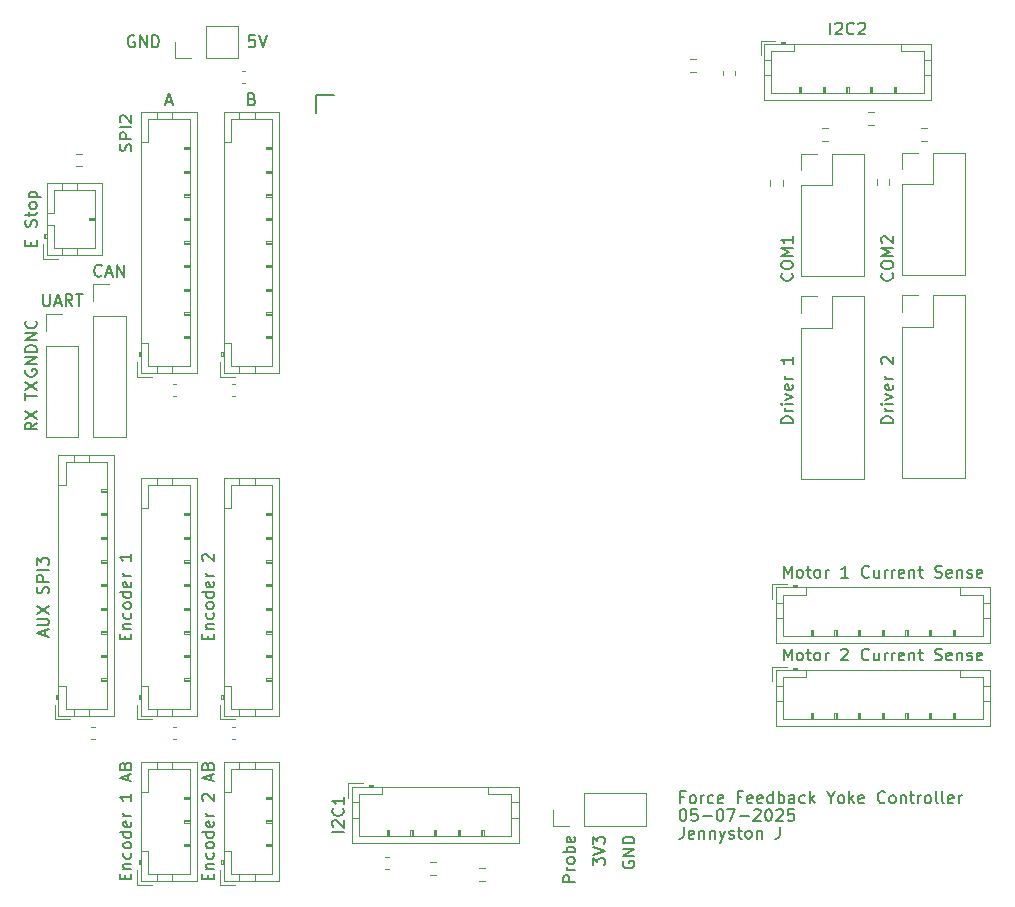
<source format=gbr>
%TF.GenerationSoftware,KiCad,Pcbnew,9.0.2*%
%TF.CreationDate,2025-07-05T12:49:50-04:00*%
%TF.ProjectId,Mainboard H7,4d61696e-626f-4617-9264-2048372e6b69,rev?*%
%TF.SameCoordinates,Original*%
%TF.FileFunction,Legend,Top*%
%TF.FilePolarity,Positive*%
%FSLAX46Y46*%
G04 Gerber Fmt 4.6, Leading zero omitted, Abs format (unit mm)*
G04 Created by KiCad (PCBNEW 9.0.2) date 2025-07-05 12:49:50*
%MOMM*%
%LPD*%
G01*
G04 APERTURE LIST*
%ADD10C,0.150000*%
%ADD11C,0.120000*%
G04 APERTURE END LIST*
D10*
X132000000Y-67500000D02*
X133500000Y-67500000D01*
X132000000Y-69000000D02*
X132000000Y-67500000D01*
X180774580Y-82591792D02*
X180822200Y-82639411D01*
X180822200Y-82639411D02*
X180869819Y-82782268D01*
X180869819Y-82782268D02*
X180869819Y-82877506D01*
X180869819Y-82877506D02*
X180822200Y-83020363D01*
X180822200Y-83020363D02*
X180726961Y-83115601D01*
X180726961Y-83115601D02*
X180631723Y-83163220D01*
X180631723Y-83163220D02*
X180441247Y-83210839D01*
X180441247Y-83210839D02*
X180298390Y-83210839D01*
X180298390Y-83210839D02*
X180107914Y-83163220D01*
X180107914Y-83163220D02*
X180012676Y-83115601D01*
X180012676Y-83115601D02*
X179917438Y-83020363D01*
X179917438Y-83020363D02*
X179869819Y-82877506D01*
X179869819Y-82877506D02*
X179869819Y-82782268D01*
X179869819Y-82782268D02*
X179917438Y-82639411D01*
X179917438Y-82639411D02*
X179965057Y-82591792D01*
X179869819Y-81972744D02*
X179869819Y-81782268D01*
X179869819Y-81782268D02*
X179917438Y-81687030D01*
X179917438Y-81687030D02*
X180012676Y-81591792D01*
X180012676Y-81591792D02*
X180203152Y-81544173D01*
X180203152Y-81544173D02*
X180536485Y-81544173D01*
X180536485Y-81544173D02*
X180726961Y-81591792D01*
X180726961Y-81591792D02*
X180822200Y-81687030D01*
X180822200Y-81687030D02*
X180869819Y-81782268D01*
X180869819Y-81782268D02*
X180869819Y-81972744D01*
X180869819Y-81972744D02*
X180822200Y-82067982D01*
X180822200Y-82067982D02*
X180726961Y-82163220D01*
X180726961Y-82163220D02*
X180536485Y-82210839D01*
X180536485Y-82210839D02*
X180203152Y-82210839D01*
X180203152Y-82210839D02*
X180012676Y-82163220D01*
X180012676Y-82163220D02*
X179917438Y-82067982D01*
X179917438Y-82067982D02*
X179869819Y-81972744D01*
X180869819Y-81115601D02*
X179869819Y-81115601D01*
X179869819Y-81115601D02*
X180584104Y-80782268D01*
X180584104Y-80782268D02*
X179869819Y-80448935D01*
X179869819Y-80448935D02*
X180869819Y-80448935D01*
X179965057Y-80020363D02*
X179917438Y-79972744D01*
X179917438Y-79972744D02*
X179869819Y-79877506D01*
X179869819Y-79877506D02*
X179869819Y-79639411D01*
X179869819Y-79639411D02*
X179917438Y-79544173D01*
X179917438Y-79544173D02*
X179965057Y-79496554D01*
X179965057Y-79496554D02*
X180060295Y-79448935D01*
X180060295Y-79448935D02*
X180155533Y-79448935D01*
X180155533Y-79448935D02*
X180298390Y-79496554D01*
X180298390Y-79496554D02*
X180869819Y-80067982D01*
X180869819Y-80067982D02*
X180869819Y-79448935D01*
X115846009Y-133904762D02*
X115846009Y-133571429D01*
X116369819Y-133428572D02*
X116369819Y-133904762D01*
X116369819Y-133904762D02*
X115369819Y-133904762D01*
X115369819Y-133904762D02*
X115369819Y-133428572D01*
X115703152Y-133000000D02*
X116369819Y-133000000D01*
X115798390Y-133000000D02*
X115750771Y-132952381D01*
X115750771Y-132952381D02*
X115703152Y-132857143D01*
X115703152Y-132857143D02*
X115703152Y-132714286D01*
X115703152Y-132714286D02*
X115750771Y-132619048D01*
X115750771Y-132619048D02*
X115846009Y-132571429D01*
X115846009Y-132571429D02*
X116369819Y-132571429D01*
X116322200Y-131666667D02*
X116369819Y-131761905D01*
X116369819Y-131761905D02*
X116369819Y-131952381D01*
X116369819Y-131952381D02*
X116322200Y-132047619D01*
X116322200Y-132047619D02*
X116274580Y-132095238D01*
X116274580Y-132095238D02*
X116179342Y-132142857D01*
X116179342Y-132142857D02*
X115893628Y-132142857D01*
X115893628Y-132142857D02*
X115798390Y-132095238D01*
X115798390Y-132095238D02*
X115750771Y-132047619D01*
X115750771Y-132047619D02*
X115703152Y-131952381D01*
X115703152Y-131952381D02*
X115703152Y-131761905D01*
X115703152Y-131761905D02*
X115750771Y-131666667D01*
X116369819Y-131095238D02*
X116322200Y-131190476D01*
X116322200Y-131190476D02*
X116274580Y-131238095D01*
X116274580Y-131238095D02*
X116179342Y-131285714D01*
X116179342Y-131285714D02*
X115893628Y-131285714D01*
X115893628Y-131285714D02*
X115798390Y-131238095D01*
X115798390Y-131238095D02*
X115750771Y-131190476D01*
X115750771Y-131190476D02*
X115703152Y-131095238D01*
X115703152Y-131095238D02*
X115703152Y-130952381D01*
X115703152Y-130952381D02*
X115750771Y-130857143D01*
X115750771Y-130857143D02*
X115798390Y-130809524D01*
X115798390Y-130809524D02*
X115893628Y-130761905D01*
X115893628Y-130761905D02*
X116179342Y-130761905D01*
X116179342Y-130761905D02*
X116274580Y-130809524D01*
X116274580Y-130809524D02*
X116322200Y-130857143D01*
X116322200Y-130857143D02*
X116369819Y-130952381D01*
X116369819Y-130952381D02*
X116369819Y-131095238D01*
X116369819Y-129904762D02*
X115369819Y-129904762D01*
X116322200Y-129904762D02*
X116369819Y-130000000D01*
X116369819Y-130000000D02*
X116369819Y-130190476D01*
X116369819Y-130190476D02*
X116322200Y-130285714D01*
X116322200Y-130285714D02*
X116274580Y-130333333D01*
X116274580Y-130333333D02*
X116179342Y-130380952D01*
X116179342Y-130380952D02*
X115893628Y-130380952D01*
X115893628Y-130380952D02*
X115798390Y-130333333D01*
X115798390Y-130333333D02*
X115750771Y-130285714D01*
X115750771Y-130285714D02*
X115703152Y-130190476D01*
X115703152Y-130190476D02*
X115703152Y-130000000D01*
X115703152Y-130000000D02*
X115750771Y-129904762D01*
X116322200Y-129047619D02*
X116369819Y-129142857D01*
X116369819Y-129142857D02*
X116369819Y-129333333D01*
X116369819Y-129333333D02*
X116322200Y-129428571D01*
X116322200Y-129428571D02*
X116226961Y-129476190D01*
X116226961Y-129476190D02*
X115846009Y-129476190D01*
X115846009Y-129476190D02*
X115750771Y-129428571D01*
X115750771Y-129428571D02*
X115703152Y-129333333D01*
X115703152Y-129333333D02*
X115703152Y-129142857D01*
X115703152Y-129142857D02*
X115750771Y-129047619D01*
X115750771Y-129047619D02*
X115846009Y-129000000D01*
X115846009Y-129000000D02*
X115941247Y-129000000D01*
X115941247Y-129000000D02*
X116036485Y-129476190D01*
X116369819Y-128571428D02*
X115703152Y-128571428D01*
X115893628Y-128571428D02*
X115798390Y-128523809D01*
X115798390Y-128523809D02*
X115750771Y-128476190D01*
X115750771Y-128476190D02*
X115703152Y-128380952D01*
X115703152Y-128380952D02*
X115703152Y-128285714D01*
X116369819Y-126666666D02*
X116369819Y-127238094D01*
X116369819Y-126952380D02*
X115369819Y-126952380D01*
X115369819Y-126952380D02*
X115512676Y-127047618D01*
X115512676Y-127047618D02*
X115607914Y-127142856D01*
X115607914Y-127142856D02*
X115655533Y-127238094D01*
X116084104Y-125523808D02*
X116084104Y-125047618D01*
X116369819Y-125619046D02*
X115369819Y-125285713D01*
X115369819Y-125285713D02*
X116369819Y-124952380D01*
X115846009Y-124285713D02*
X115893628Y-124142856D01*
X115893628Y-124142856D02*
X115941247Y-124095237D01*
X115941247Y-124095237D02*
X116036485Y-124047618D01*
X116036485Y-124047618D02*
X116179342Y-124047618D01*
X116179342Y-124047618D02*
X116274580Y-124095237D01*
X116274580Y-124095237D02*
X116322200Y-124142856D01*
X116322200Y-124142856D02*
X116369819Y-124238094D01*
X116369819Y-124238094D02*
X116369819Y-124619046D01*
X116369819Y-124619046D02*
X115369819Y-124619046D01*
X115369819Y-124619046D02*
X115369819Y-124285713D01*
X115369819Y-124285713D02*
X115417438Y-124190475D01*
X115417438Y-124190475D02*
X115465057Y-124142856D01*
X115465057Y-124142856D02*
X115560295Y-124095237D01*
X115560295Y-124095237D02*
X115655533Y-124095237D01*
X115655533Y-124095237D02*
X115750771Y-124142856D01*
X115750771Y-124142856D02*
X115798390Y-124190475D01*
X115798390Y-124190475D02*
X115846009Y-124285713D01*
X115846009Y-124285713D02*
X115846009Y-124619046D01*
X180869819Y-95285714D02*
X179869819Y-95285714D01*
X179869819Y-95285714D02*
X179869819Y-95047619D01*
X179869819Y-95047619D02*
X179917438Y-94904762D01*
X179917438Y-94904762D02*
X180012676Y-94809524D01*
X180012676Y-94809524D02*
X180107914Y-94761905D01*
X180107914Y-94761905D02*
X180298390Y-94714286D01*
X180298390Y-94714286D02*
X180441247Y-94714286D01*
X180441247Y-94714286D02*
X180631723Y-94761905D01*
X180631723Y-94761905D02*
X180726961Y-94809524D01*
X180726961Y-94809524D02*
X180822200Y-94904762D01*
X180822200Y-94904762D02*
X180869819Y-95047619D01*
X180869819Y-95047619D02*
X180869819Y-95285714D01*
X180869819Y-94285714D02*
X180203152Y-94285714D01*
X180393628Y-94285714D02*
X180298390Y-94238095D01*
X180298390Y-94238095D02*
X180250771Y-94190476D01*
X180250771Y-94190476D02*
X180203152Y-94095238D01*
X180203152Y-94095238D02*
X180203152Y-94000000D01*
X180869819Y-93666666D02*
X180203152Y-93666666D01*
X179869819Y-93666666D02*
X179917438Y-93714285D01*
X179917438Y-93714285D02*
X179965057Y-93666666D01*
X179965057Y-93666666D02*
X179917438Y-93619047D01*
X179917438Y-93619047D02*
X179869819Y-93666666D01*
X179869819Y-93666666D02*
X179965057Y-93666666D01*
X180203152Y-93285714D02*
X180869819Y-93047619D01*
X180869819Y-93047619D02*
X180203152Y-92809524D01*
X180822200Y-92047619D02*
X180869819Y-92142857D01*
X180869819Y-92142857D02*
X180869819Y-92333333D01*
X180869819Y-92333333D02*
X180822200Y-92428571D01*
X180822200Y-92428571D02*
X180726961Y-92476190D01*
X180726961Y-92476190D02*
X180346009Y-92476190D01*
X180346009Y-92476190D02*
X180250771Y-92428571D01*
X180250771Y-92428571D02*
X180203152Y-92333333D01*
X180203152Y-92333333D02*
X180203152Y-92142857D01*
X180203152Y-92142857D02*
X180250771Y-92047619D01*
X180250771Y-92047619D02*
X180346009Y-92000000D01*
X180346009Y-92000000D02*
X180441247Y-92000000D01*
X180441247Y-92000000D02*
X180536485Y-92476190D01*
X180869819Y-91571428D02*
X180203152Y-91571428D01*
X180393628Y-91571428D02*
X180298390Y-91523809D01*
X180298390Y-91523809D02*
X180250771Y-91476190D01*
X180250771Y-91476190D02*
X180203152Y-91380952D01*
X180203152Y-91380952D02*
X180203152Y-91285714D01*
X179965057Y-90238094D02*
X179917438Y-90190475D01*
X179917438Y-90190475D02*
X179869819Y-90095237D01*
X179869819Y-90095237D02*
X179869819Y-89857142D01*
X179869819Y-89857142D02*
X179917438Y-89761904D01*
X179917438Y-89761904D02*
X179965057Y-89714285D01*
X179965057Y-89714285D02*
X180060295Y-89666666D01*
X180060295Y-89666666D02*
X180155533Y-89666666D01*
X180155533Y-89666666D02*
X180298390Y-89714285D01*
X180298390Y-89714285D02*
X180869819Y-90285713D01*
X180869819Y-90285713D02*
X180869819Y-89666666D01*
X108904762Y-84369819D02*
X108904762Y-85179342D01*
X108904762Y-85179342D02*
X108952381Y-85274580D01*
X108952381Y-85274580D02*
X109000000Y-85322200D01*
X109000000Y-85322200D02*
X109095238Y-85369819D01*
X109095238Y-85369819D02*
X109285714Y-85369819D01*
X109285714Y-85369819D02*
X109380952Y-85322200D01*
X109380952Y-85322200D02*
X109428571Y-85274580D01*
X109428571Y-85274580D02*
X109476190Y-85179342D01*
X109476190Y-85179342D02*
X109476190Y-84369819D01*
X109904762Y-85084104D02*
X110380952Y-85084104D01*
X109809524Y-85369819D02*
X110142857Y-84369819D01*
X110142857Y-84369819D02*
X110476190Y-85369819D01*
X111380952Y-85369819D02*
X111047619Y-84893628D01*
X110809524Y-85369819D02*
X110809524Y-84369819D01*
X110809524Y-84369819D02*
X111190476Y-84369819D01*
X111190476Y-84369819D02*
X111285714Y-84417438D01*
X111285714Y-84417438D02*
X111333333Y-84465057D01*
X111333333Y-84465057D02*
X111380952Y-84560295D01*
X111380952Y-84560295D02*
X111380952Y-84703152D01*
X111380952Y-84703152D02*
X111333333Y-84798390D01*
X111333333Y-84798390D02*
X111285714Y-84846009D01*
X111285714Y-84846009D02*
X111190476Y-84893628D01*
X111190476Y-84893628D02*
X110809524Y-84893628D01*
X111666667Y-84369819D02*
X112238095Y-84369819D01*
X111952381Y-85369819D02*
X111952381Y-84369819D01*
X107417438Y-90761904D02*
X107369819Y-90857142D01*
X107369819Y-90857142D02*
X107369819Y-90999999D01*
X107369819Y-90999999D02*
X107417438Y-91142856D01*
X107417438Y-91142856D02*
X107512676Y-91238094D01*
X107512676Y-91238094D02*
X107607914Y-91285713D01*
X107607914Y-91285713D02*
X107798390Y-91333332D01*
X107798390Y-91333332D02*
X107941247Y-91333332D01*
X107941247Y-91333332D02*
X108131723Y-91285713D01*
X108131723Y-91285713D02*
X108226961Y-91238094D01*
X108226961Y-91238094D02*
X108322200Y-91142856D01*
X108322200Y-91142856D02*
X108369819Y-90999999D01*
X108369819Y-90999999D02*
X108369819Y-90904761D01*
X108369819Y-90904761D02*
X108322200Y-90761904D01*
X108322200Y-90761904D02*
X108274580Y-90714285D01*
X108274580Y-90714285D02*
X107941247Y-90714285D01*
X107941247Y-90714285D02*
X107941247Y-90904761D01*
X108369819Y-90285713D02*
X107369819Y-90285713D01*
X107369819Y-90285713D02*
X108369819Y-89714285D01*
X108369819Y-89714285D02*
X107369819Y-89714285D01*
X108369819Y-89238094D02*
X107369819Y-89238094D01*
X107369819Y-89238094D02*
X107369819Y-88999999D01*
X107369819Y-88999999D02*
X107417438Y-88857142D01*
X107417438Y-88857142D02*
X107512676Y-88761904D01*
X107512676Y-88761904D02*
X107607914Y-88714285D01*
X107607914Y-88714285D02*
X107798390Y-88666666D01*
X107798390Y-88666666D02*
X107941247Y-88666666D01*
X107941247Y-88666666D02*
X108131723Y-88714285D01*
X108131723Y-88714285D02*
X108226961Y-88761904D01*
X108226961Y-88761904D02*
X108322200Y-88857142D01*
X108322200Y-88857142D02*
X108369819Y-88999999D01*
X108369819Y-88999999D02*
X108369819Y-89238094D01*
X107846009Y-80261904D02*
X107846009Y-79928571D01*
X108369819Y-79785714D02*
X108369819Y-80261904D01*
X108369819Y-80261904D02*
X107369819Y-80261904D01*
X107369819Y-80261904D02*
X107369819Y-79785714D01*
X108322200Y-78642856D02*
X108369819Y-78499999D01*
X108369819Y-78499999D02*
X108369819Y-78261904D01*
X108369819Y-78261904D02*
X108322200Y-78166666D01*
X108322200Y-78166666D02*
X108274580Y-78119047D01*
X108274580Y-78119047D02*
X108179342Y-78071428D01*
X108179342Y-78071428D02*
X108084104Y-78071428D01*
X108084104Y-78071428D02*
X107988866Y-78119047D01*
X107988866Y-78119047D02*
X107941247Y-78166666D01*
X107941247Y-78166666D02*
X107893628Y-78261904D01*
X107893628Y-78261904D02*
X107846009Y-78452380D01*
X107846009Y-78452380D02*
X107798390Y-78547618D01*
X107798390Y-78547618D02*
X107750771Y-78595237D01*
X107750771Y-78595237D02*
X107655533Y-78642856D01*
X107655533Y-78642856D02*
X107560295Y-78642856D01*
X107560295Y-78642856D02*
X107465057Y-78595237D01*
X107465057Y-78595237D02*
X107417438Y-78547618D01*
X107417438Y-78547618D02*
X107369819Y-78452380D01*
X107369819Y-78452380D02*
X107369819Y-78214285D01*
X107369819Y-78214285D02*
X107417438Y-78071428D01*
X107703152Y-77785713D02*
X107703152Y-77404761D01*
X107369819Y-77642856D02*
X108226961Y-77642856D01*
X108226961Y-77642856D02*
X108322200Y-77595237D01*
X108322200Y-77595237D02*
X108369819Y-77499999D01*
X108369819Y-77499999D02*
X108369819Y-77404761D01*
X108369819Y-76928570D02*
X108322200Y-77023808D01*
X108322200Y-77023808D02*
X108274580Y-77071427D01*
X108274580Y-77071427D02*
X108179342Y-77119046D01*
X108179342Y-77119046D02*
X107893628Y-77119046D01*
X107893628Y-77119046D02*
X107798390Y-77071427D01*
X107798390Y-77071427D02*
X107750771Y-77023808D01*
X107750771Y-77023808D02*
X107703152Y-76928570D01*
X107703152Y-76928570D02*
X107703152Y-76785713D01*
X107703152Y-76785713D02*
X107750771Y-76690475D01*
X107750771Y-76690475D02*
X107798390Y-76642856D01*
X107798390Y-76642856D02*
X107893628Y-76595237D01*
X107893628Y-76595237D02*
X108179342Y-76595237D01*
X108179342Y-76595237D02*
X108274580Y-76642856D01*
X108274580Y-76642856D02*
X108322200Y-76690475D01*
X108322200Y-76690475D02*
X108369819Y-76785713D01*
X108369819Y-76785713D02*
X108369819Y-76928570D01*
X107703152Y-76166665D02*
X108703152Y-76166665D01*
X107750771Y-76166665D02*
X107703152Y-76071427D01*
X107703152Y-76071427D02*
X107703152Y-75880951D01*
X107703152Y-75880951D02*
X107750771Y-75785713D01*
X107750771Y-75785713D02*
X107798390Y-75738094D01*
X107798390Y-75738094D02*
X107893628Y-75690475D01*
X107893628Y-75690475D02*
X108179342Y-75690475D01*
X108179342Y-75690475D02*
X108274580Y-75738094D01*
X108274580Y-75738094D02*
X108322200Y-75785713D01*
X108322200Y-75785713D02*
X108369819Y-75880951D01*
X108369819Y-75880951D02*
X108369819Y-76071427D01*
X108369819Y-76071427D02*
X108322200Y-76166665D01*
X126571428Y-67846009D02*
X126714285Y-67893628D01*
X126714285Y-67893628D02*
X126761904Y-67941247D01*
X126761904Y-67941247D02*
X126809523Y-68036485D01*
X126809523Y-68036485D02*
X126809523Y-68179342D01*
X126809523Y-68179342D02*
X126761904Y-68274580D01*
X126761904Y-68274580D02*
X126714285Y-68322200D01*
X126714285Y-68322200D02*
X126619047Y-68369819D01*
X126619047Y-68369819D02*
X126238095Y-68369819D01*
X126238095Y-68369819D02*
X126238095Y-67369819D01*
X126238095Y-67369819D02*
X126571428Y-67369819D01*
X126571428Y-67369819D02*
X126666666Y-67417438D01*
X126666666Y-67417438D02*
X126714285Y-67465057D01*
X126714285Y-67465057D02*
X126761904Y-67560295D01*
X126761904Y-67560295D02*
X126761904Y-67655533D01*
X126761904Y-67655533D02*
X126714285Y-67750771D01*
X126714285Y-67750771D02*
X126666666Y-67798390D01*
X126666666Y-67798390D02*
X126571428Y-67846009D01*
X126571428Y-67846009D02*
X126238095Y-67846009D01*
X171619046Y-115369819D02*
X171619046Y-114369819D01*
X171619046Y-114369819D02*
X171952379Y-115084104D01*
X171952379Y-115084104D02*
X172285712Y-114369819D01*
X172285712Y-114369819D02*
X172285712Y-115369819D01*
X172904760Y-115369819D02*
X172809522Y-115322200D01*
X172809522Y-115322200D02*
X172761903Y-115274580D01*
X172761903Y-115274580D02*
X172714284Y-115179342D01*
X172714284Y-115179342D02*
X172714284Y-114893628D01*
X172714284Y-114893628D02*
X172761903Y-114798390D01*
X172761903Y-114798390D02*
X172809522Y-114750771D01*
X172809522Y-114750771D02*
X172904760Y-114703152D01*
X172904760Y-114703152D02*
X173047617Y-114703152D01*
X173047617Y-114703152D02*
X173142855Y-114750771D01*
X173142855Y-114750771D02*
X173190474Y-114798390D01*
X173190474Y-114798390D02*
X173238093Y-114893628D01*
X173238093Y-114893628D02*
X173238093Y-115179342D01*
X173238093Y-115179342D02*
X173190474Y-115274580D01*
X173190474Y-115274580D02*
X173142855Y-115322200D01*
X173142855Y-115322200D02*
X173047617Y-115369819D01*
X173047617Y-115369819D02*
X172904760Y-115369819D01*
X173523808Y-114703152D02*
X173904760Y-114703152D01*
X173666665Y-114369819D02*
X173666665Y-115226961D01*
X173666665Y-115226961D02*
X173714284Y-115322200D01*
X173714284Y-115322200D02*
X173809522Y-115369819D01*
X173809522Y-115369819D02*
X173904760Y-115369819D01*
X174380951Y-115369819D02*
X174285713Y-115322200D01*
X174285713Y-115322200D02*
X174238094Y-115274580D01*
X174238094Y-115274580D02*
X174190475Y-115179342D01*
X174190475Y-115179342D02*
X174190475Y-114893628D01*
X174190475Y-114893628D02*
X174238094Y-114798390D01*
X174238094Y-114798390D02*
X174285713Y-114750771D01*
X174285713Y-114750771D02*
X174380951Y-114703152D01*
X174380951Y-114703152D02*
X174523808Y-114703152D01*
X174523808Y-114703152D02*
X174619046Y-114750771D01*
X174619046Y-114750771D02*
X174666665Y-114798390D01*
X174666665Y-114798390D02*
X174714284Y-114893628D01*
X174714284Y-114893628D02*
X174714284Y-115179342D01*
X174714284Y-115179342D02*
X174666665Y-115274580D01*
X174666665Y-115274580D02*
X174619046Y-115322200D01*
X174619046Y-115322200D02*
X174523808Y-115369819D01*
X174523808Y-115369819D02*
X174380951Y-115369819D01*
X175142856Y-115369819D02*
X175142856Y-114703152D01*
X175142856Y-114893628D02*
X175190475Y-114798390D01*
X175190475Y-114798390D02*
X175238094Y-114750771D01*
X175238094Y-114750771D02*
X175333332Y-114703152D01*
X175333332Y-114703152D02*
X175428570Y-114703152D01*
X176476190Y-114465057D02*
X176523809Y-114417438D01*
X176523809Y-114417438D02*
X176619047Y-114369819D01*
X176619047Y-114369819D02*
X176857142Y-114369819D01*
X176857142Y-114369819D02*
X176952380Y-114417438D01*
X176952380Y-114417438D02*
X176999999Y-114465057D01*
X176999999Y-114465057D02*
X177047618Y-114560295D01*
X177047618Y-114560295D02*
X177047618Y-114655533D01*
X177047618Y-114655533D02*
X176999999Y-114798390D01*
X176999999Y-114798390D02*
X176428571Y-115369819D01*
X176428571Y-115369819D02*
X177047618Y-115369819D01*
X178809523Y-115274580D02*
X178761904Y-115322200D01*
X178761904Y-115322200D02*
X178619047Y-115369819D01*
X178619047Y-115369819D02*
X178523809Y-115369819D01*
X178523809Y-115369819D02*
X178380952Y-115322200D01*
X178380952Y-115322200D02*
X178285714Y-115226961D01*
X178285714Y-115226961D02*
X178238095Y-115131723D01*
X178238095Y-115131723D02*
X178190476Y-114941247D01*
X178190476Y-114941247D02*
X178190476Y-114798390D01*
X178190476Y-114798390D02*
X178238095Y-114607914D01*
X178238095Y-114607914D02*
X178285714Y-114512676D01*
X178285714Y-114512676D02*
X178380952Y-114417438D01*
X178380952Y-114417438D02*
X178523809Y-114369819D01*
X178523809Y-114369819D02*
X178619047Y-114369819D01*
X178619047Y-114369819D02*
X178761904Y-114417438D01*
X178761904Y-114417438D02*
X178809523Y-114465057D01*
X179666666Y-114703152D02*
X179666666Y-115369819D01*
X179238095Y-114703152D02*
X179238095Y-115226961D01*
X179238095Y-115226961D02*
X179285714Y-115322200D01*
X179285714Y-115322200D02*
X179380952Y-115369819D01*
X179380952Y-115369819D02*
X179523809Y-115369819D01*
X179523809Y-115369819D02*
X179619047Y-115322200D01*
X179619047Y-115322200D02*
X179666666Y-115274580D01*
X180142857Y-115369819D02*
X180142857Y-114703152D01*
X180142857Y-114893628D02*
X180190476Y-114798390D01*
X180190476Y-114798390D02*
X180238095Y-114750771D01*
X180238095Y-114750771D02*
X180333333Y-114703152D01*
X180333333Y-114703152D02*
X180428571Y-114703152D01*
X180761905Y-115369819D02*
X180761905Y-114703152D01*
X180761905Y-114893628D02*
X180809524Y-114798390D01*
X180809524Y-114798390D02*
X180857143Y-114750771D01*
X180857143Y-114750771D02*
X180952381Y-114703152D01*
X180952381Y-114703152D02*
X181047619Y-114703152D01*
X181761905Y-115322200D02*
X181666667Y-115369819D01*
X181666667Y-115369819D02*
X181476191Y-115369819D01*
X181476191Y-115369819D02*
X181380953Y-115322200D01*
X181380953Y-115322200D02*
X181333334Y-115226961D01*
X181333334Y-115226961D02*
X181333334Y-114846009D01*
X181333334Y-114846009D02*
X181380953Y-114750771D01*
X181380953Y-114750771D02*
X181476191Y-114703152D01*
X181476191Y-114703152D02*
X181666667Y-114703152D01*
X181666667Y-114703152D02*
X181761905Y-114750771D01*
X181761905Y-114750771D02*
X181809524Y-114846009D01*
X181809524Y-114846009D02*
X181809524Y-114941247D01*
X181809524Y-114941247D02*
X181333334Y-115036485D01*
X182238096Y-114703152D02*
X182238096Y-115369819D01*
X182238096Y-114798390D02*
X182285715Y-114750771D01*
X182285715Y-114750771D02*
X182380953Y-114703152D01*
X182380953Y-114703152D02*
X182523810Y-114703152D01*
X182523810Y-114703152D02*
X182619048Y-114750771D01*
X182619048Y-114750771D02*
X182666667Y-114846009D01*
X182666667Y-114846009D02*
X182666667Y-115369819D01*
X183000001Y-114703152D02*
X183380953Y-114703152D01*
X183142858Y-114369819D02*
X183142858Y-115226961D01*
X183142858Y-115226961D02*
X183190477Y-115322200D01*
X183190477Y-115322200D02*
X183285715Y-115369819D01*
X183285715Y-115369819D02*
X183380953Y-115369819D01*
X184428573Y-115322200D02*
X184571430Y-115369819D01*
X184571430Y-115369819D02*
X184809525Y-115369819D01*
X184809525Y-115369819D02*
X184904763Y-115322200D01*
X184904763Y-115322200D02*
X184952382Y-115274580D01*
X184952382Y-115274580D02*
X185000001Y-115179342D01*
X185000001Y-115179342D02*
X185000001Y-115084104D01*
X185000001Y-115084104D02*
X184952382Y-114988866D01*
X184952382Y-114988866D02*
X184904763Y-114941247D01*
X184904763Y-114941247D02*
X184809525Y-114893628D01*
X184809525Y-114893628D02*
X184619049Y-114846009D01*
X184619049Y-114846009D02*
X184523811Y-114798390D01*
X184523811Y-114798390D02*
X184476192Y-114750771D01*
X184476192Y-114750771D02*
X184428573Y-114655533D01*
X184428573Y-114655533D02*
X184428573Y-114560295D01*
X184428573Y-114560295D02*
X184476192Y-114465057D01*
X184476192Y-114465057D02*
X184523811Y-114417438D01*
X184523811Y-114417438D02*
X184619049Y-114369819D01*
X184619049Y-114369819D02*
X184857144Y-114369819D01*
X184857144Y-114369819D02*
X185000001Y-114417438D01*
X185809525Y-115322200D02*
X185714287Y-115369819D01*
X185714287Y-115369819D02*
X185523811Y-115369819D01*
X185523811Y-115369819D02*
X185428573Y-115322200D01*
X185428573Y-115322200D02*
X185380954Y-115226961D01*
X185380954Y-115226961D02*
X185380954Y-114846009D01*
X185380954Y-114846009D02*
X185428573Y-114750771D01*
X185428573Y-114750771D02*
X185523811Y-114703152D01*
X185523811Y-114703152D02*
X185714287Y-114703152D01*
X185714287Y-114703152D02*
X185809525Y-114750771D01*
X185809525Y-114750771D02*
X185857144Y-114846009D01*
X185857144Y-114846009D02*
X185857144Y-114941247D01*
X185857144Y-114941247D02*
X185380954Y-115036485D01*
X186285716Y-114703152D02*
X186285716Y-115369819D01*
X186285716Y-114798390D02*
X186333335Y-114750771D01*
X186333335Y-114750771D02*
X186428573Y-114703152D01*
X186428573Y-114703152D02*
X186571430Y-114703152D01*
X186571430Y-114703152D02*
X186666668Y-114750771D01*
X186666668Y-114750771D02*
X186714287Y-114846009D01*
X186714287Y-114846009D02*
X186714287Y-115369819D01*
X187142859Y-115322200D02*
X187238097Y-115369819D01*
X187238097Y-115369819D02*
X187428573Y-115369819D01*
X187428573Y-115369819D02*
X187523811Y-115322200D01*
X187523811Y-115322200D02*
X187571430Y-115226961D01*
X187571430Y-115226961D02*
X187571430Y-115179342D01*
X187571430Y-115179342D02*
X187523811Y-115084104D01*
X187523811Y-115084104D02*
X187428573Y-115036485D01*
X187428573Y-115036485D02*
X187285716Y-115036485D01*
X187285716Y-115036485D02*
X187190478Y-114988866D01*
X187190478Y-114988866D02*
X187142859Y-114893628D01*
X187142859Y-114893628D02*
X187142859Y-114846009D01*
X187142859Y-114846009D02*
X187190478Y-114750771D01*
X187190478Y-114750771D02*
X187285716Y-114703152D01*
X187285716Y-114703152D02*
X187428573Y-114703152D01*
X187428573Y-114703152D02*
X187523811Y-114750771D01*
X188380954Y-115322200D02*
X188285716Y-115369819D01*
X188285716Y-115369819D02*
X188095240Y-115369819D01*
X188095240Y-115369819D02*
X188000002Y-115322200D01*
X188000002Y-115322200D02*
X187952383Y-115226961D01*
X187952383Y-115226961D02*
X187952383Y-114846009D01*
X187952383Y-114846009D02*
X188000002Y-114750771D01*
X188000002Y-114750771D02*
X188095240Y-114703152D01*
X188095240Y-114703152D02*
X188285716Y-114703152D01*
X188285716Y-114703152D02*
X188380954Y-114750771D01*
X188380954Y-114750771D02*
X188428573Y-114846009D01*
X188428573Y-114846009D02*
X188428573Y-114941247D01*
X188428573Y-114941247D02*
X187952383Y-115036485D01*
X153914819Y-134146303D02*
X152914819Y-134146303D01*
X152914819Y-134146303D02*
X152914819Y-133765351D01*
X152914819Y-133765351D02*
X152962438Y-133670113D01*
X152962438Y-133670113D02*
X153010057Y-133622494D01*
X153010057Y-133622494D02*
X153105295Y-133574875D01*
X153105295Y-133574875D02*
X153248152Y-133574875D01*
X153248152Y-133574875D02*
X153343390Y-133622494D01*
X153343390Y-133622494D02*
X153391009Y-133670113D01*
X153391009Y-133670113D02*
X153438628Y-133765351D01*
X153438628Y-133765351D02*
X153438628Y-134146303D01*
X153914819Y-133146303D02*
X153248152Y-133146303D01*
X153438628Y-133146303D02*
X153343390Y-133098684D01*
X153343390Y-133098684D02*
X153295771Y-133051065D01*
X153295771Y-133051065D02*
X153248152Y-132955827D01*
X153248152Y-132955827D02*
X153248152Y-132860589D01*
X153914819Y-132384398D02*
X153867200Y-132479636D01*
X153867200Y-132479636D02*
X153819580Y-132527255D01*
X153819580Y-132527255D02*
X153724342Y-132574874D01*
X153724342Y-132574874D02*
X153438628Y-132574874D01*
X153438628Y-132574874D02*
X153343390Y-132527255D01*
X153343390Y-132527255D02*
X153295771Y-132479636D01*
X153295771Y-132479636D02*
X153248152Y-132384398D01*
X153248152Y-132384398D02*
X153248152Y-132241541D01*
X153248152Y-132241541D02*
X153295771Y-132146303D01*
X153295771Y-132146303D02*
X153343390Y-132098684D01*
X153343390Y-132098684D02*
X153438628Y-132051065D01*
X153438628Y-132051065D02*
X153724342Y-132051065D01*
X153724342Y-132051065D02*
X153819580Y-132098684D01*
X153819580Y-132098684D02*
X153867200Y-132146303D01*
X153867200Y-132146303D02*
X153914819Y-132241541D01*
X153914819Y-132241541D02*
X153914819Y-132384398D01*
X153914819Y-131622493D02*
X152914819Y-131622493D01*
X153295771Y-131622493D02*
X153248152Y-131527255D01*
X153248152Y-131527255D02*
X153248152Y-131336779D01*
X153248152Y-131336779D02*
X153295771Y-131241541D01*
X153295771Y-131241541D02*
X153343390Y-131193922D01*
X153343390Y-131193922D02*
X153438628Y-131146303D01*
X153438628Y-131146303D02*
X153724342Y-131146303D01*
X153724342Y-131146303D02*
X153819580Y-131193922D01*
X153819580Y-131193922D02*
X153867200Y-131241541D01*
X153867200Y-131241541D02*
X153914819Y-131336779D01*
X153914819Y-131336779D02*
X153914819Y-131527255D01*
X153914819Y-131527255D02*
X153867200Y-131622493D01*
X153867200Y-130336779D02*
X153914819Y-130432017D01*
X153914819Y-130432017D02*
X153914819Y-130622493D01*
X153914819Y-130622493D02*
X153867200Y-130717731D01*
X153867200Y-130717731D02*
X153771961Y-130765350D01*
X153771961Y-130765350D02*
X153391009Y-130765350D01*
X153391009Y-130765350D02*
X153295771Y-130717731D01*
X153295771Y-130717731D02*
X153248152Y-130622493D01*
X153248152Y-130622493D02*
X153248152Y-130432017D01*
X153248152Y-130432017D02*
X153295771Y-130336779D01*
X153295771Y-130336779D02*
X153391009Y-130289160D01*
X153391009Y-130289160D02*
X153486247Y-130289160D01*
X153486247Y-130289160D02*
X153581485Y-130765350D01*
X108369819Y-95246666D02*
X107893628Y-95579999D01*
X108369819Y-95818094D02*
X107369819Y-95818094D01*
X107369819Y-95818094D02*
X107369819Y-95437142D01*
X107369819Y-95437142D02*
X107417438Y-95341904D01*
X107417438Y-95341904D02*
X107465057Y-95294285D01*
X107465057Y-95294285D02*
X107560295Y-95246666D01*
X107560295Y-95246666D02*
X107703152Y-95246666D01*
X107703152Y-95246666D02*
X107798390Y-95294285D01*
X107798390Y-95294285D02*
X107846009Y-95341904D01*
X107846009Y-95341904D02*
X107893628Y-95437142D01*
X107893628Y-95437142D02*
X107893628Y-95818094D01*
X107369819Y-94913332D02*
X108369819Y-94246666D01*
X107369819Y-94246666D02*
X108369819Y-94913332D01*
X172274580Y-82591792D02*
X172322200Y-82639411D01*
X172322200Y-82639411D02*
X172369819Y-82782268D01*
X172369819Y-82782268D02*
X172369819Y-82877506D01*
X172369819Y-82877506D02*
X172322200Y-83020363D01*
X172322200Y-83020363D02*
X172226961Y-83115601D01*
X172226961Y-83115601D02*
X172131723Y-83163220D01*
X172131723Y-83163220D02*
X171941247Y-83210839D01*
X171941247Y-83210839D02*
X171798390Y-83210839D01*
X171798390Y-83210839D02*
X171607914Y-83163220D01*
X171607914Y-83163220D02*
X171512676Y-83115601D01*
X171512676Y-83115601D02*
X171417438Y-83020363D01*
X171417438Y-83020363D02*
X171369819Y-82877506D01*
X171369819Y-82877506D02*
X171369819Y-82782268D01*
X171369819Y-82782268D02*
X171417438Y-82639411D01*
X171417438Y-82639411D02*
X171465057Y-82591792D01*
X171369819Y-81972744D02*
X171369819Y-81782268D01*
X171369819Y-81782268D02*
X171417438Y-81687030D01*
X171417438Y-81687030D02*
X171512676Y-81591792D01*
X171512676Y-81591792D02*
X171703152Y-81544173D01*
X171703152Y-81544173D02*
X172036485Y-81544173D01*
X172036485Y-81544173D02*
X172226961Y-81591792D01*
X172226961Y-81591792D02*
X172322200Y-81687030D01*
X172322200Y-81687030D02*
X172369819Y-81782268D01*
X172369819Y-81782268D02*
X172369819Y-81972744D01*
X172369819Y-81972744D02*
X172322200Y-82067982D01*
X172322200Y-82067982D02*
X172226961Y-82163220D01*
X172226961Y-82163220D02*
X172036485Y-82210839D01*
X172036485Y-82210839D02*
X171703152Y-82210839D01*
X171703152Y-82210839D02*
X171512676Y-82163220D01*
X171512676Y-82163220D02*
X171417438Y-82067982D01*
X171417438Y-82067982D02*
X171369819Y-81972744D01*
X172369819Y-81115601D02*
X171369819Y-81115601D01*
X171369819Y-81115601D02*
X172084104Y-80782268D01*
X172084104Y-80782268D02*
X171369819Y-80448935D01*
X171369819Y-80448935D02*
X172369819Y-80448935D01*
X172369819Y-79448935D02*
X172369819Y-80020363D01*
X172369819Y-79734649D02*
X171369819Y-79734649D01*
X171369819Y-79734649D02*
X171512676Y-79829887D01*
X171512676Y-79829887D02*
X171607914Y-79925125D01*
X171607914Y-79925125D02*
X171655533Y-80020363D01*
X126812969Y-62454819D02*
X126336779Y-62454819D01*
X126336779Y-62454819D02*
X126289160Y-62931009D01*
X126289160Y-62931009D02*
X126336779Y-62883390D01*
X126336779Y-62883390D02*
X126432017Y-62835771D01*
X126432017Y-62835771D02*
X126670112Y-62835771D01*
X126670112Y-62835771D02*
X126765350Y-62883390D01*
X126765350Y-62883390D02*
X126812969Y-62931009D01*
X126812969Y-62931009D02*
X126860588Y-63026247D01*
X126860588Y-63026247D02*
X126860588Y-63264342D01*
X126860588Y-63264342D02*
X126812969Y-63359580D01*
X126812969Y-63359580D02*
X126765350Y-63407200D01*
X126765350Y-63407200D02*
X126670112Y-63454819D01*
X126670112Y-63454819D02*
X126432017Y-63454819D01*
X126432017Y-63454819D02*
X126336779Y-63407200D01*
X126336779Y-63407200D02*
X126289160Y-63359580D01*
X127146303Y-62454819D02*
X127479636Y-63454819D01*
X127479636Y-63454819D02*
X127812969Y-62454819D01*
X134369819Y-129902185D02*
X133369819Y-129902185D01*
X133465057Y-129473614D02*
X133417438Y-129425995D01*
X133417438Y-129425995D02*
X133369819Y-129330757D01*
X133369819Y-129330757D02*
X133369819Y-129092662D01*
X133369819Y-129092662D02*
X133417438Y-128997424D01*
X133417438Y-128997424D02*
X133465057Y-128949805D01*
X133465057Y-128949805D02*
X133560295Y-128902186D01*
X133560295Y-128902186D02*
X133655533Y-128902186D01*
X133655533Y-128902186D02*
X133798390Y-128949805D01*
X133798390Y-128949805D02*
X134369819Y-129521233D01*
X134369819Y-129521233D02*
X134369819Y-128902186D01*
X134274580Y-127902186D02*
X134322200Y-127949805D01*
X134322200Y-127949805D02*
X134369819Y-128092662D01*
X134369819Y-128092662D02*
X134369819Y-128187900D01*
X134369819Y-128187900D02*
X134322200Y-128330757D01*
X134322200Y-128330757D02*
X134226961Y-128425995D01*
X134226961Y-128425995D02*
X134131723Y-128473614D01*
X134131723Y-128473614D02*
X133941247Y-128521233D01*
X133941247Y-128521233D02*
X133798390Y-128521233D01*
X133798390Y-128521233D02*
X133607914Y-128473614D01*
X133607914Y-128473614D02*
X133512676Y-128425995D01*
X133512676Y-128425995D02*
X133417438Y-128330757D01*
X133417438Y-128330757D02*
X133369819Y-128187900D01*
X133369819Y-128187900D02*
X133369819Y-128092662D01*
X133369819Y-128092662D02*
X133417438Y-127949805D01*
X133417438Y-127949805D02*
X133465057Y-127902186D01*
X134369819Y-126949805D02*
X134369819Y-127521233D01*
X134369819Y-127235519D02*
X133369819Y-127235519D01*
X133369819Y-127235519D02*
X133512676Y-127330757D01*
X133512676Y-127330757D02*
X133607914Y-127425995D01*
X133607914Y-127425995D02*
X133655533Y-127521233D01*
X158002438Y-132384398D02*
X157954819Y-132479636D01*
X157954819Y-132479636D02*
X157954819Y-132622493D01*
X157954819Y-132622493D02*
X158002438Y-132765350D01*
X158002438Y-132765350D02*
X158097676Y-132860588D01*
X158097676Y-132860588D02*
X158192914Y-132908207D01*
X158192914Y-132908207D02*
X158383390Y-132955826D01*
X158383390Y-132955826D02*
X158526247Y-132955826D01*
X158526247Y-132955826D02*
X158716723Y-132908207D01*
X158716723Y-132908207D02*
X158811961Y-132860588D01*
X158811961Y-132860588D02*
X158907200Y-132765350D01*
X158907200Y-132765350D02*
X158954819Y-132622493D01*
X158954819Y-132622493D02*
X158954819Y-132527255D01*
X158954819Y-132527255D02*
X158907200Y-132384398D01*
X158907200Y-132384398D02*
X158859580Y-132336779D01*
X158859580Y-132336779D02*
X158526247Y-132336779D01*
X158526247Y-132336779D02*
X158526247Y-132527255D01*
X158954819Y-131908207D02*
X157954819Y-131908207D01*
X157954819Y-131908207D02*
X158954819Y-131336779D01*
X158954819Y-131336779D02*
X157954819Y-131336779D01*
X158954819Y-130860588D02*
X157954819Y-130860588D01*
X157954819Y-130860588D02*
X157954819Y-130622493D01*
X157954819Y-130622493D02*
X158002438Y-130479636D01*
X158002438Y-130479636D02*
X158097676Y-130384398D01*
X158097676Y-130384398D02*
X158192914Y-130336779D01*
X158192914Y-130336779D02*
X158383390Y-130289160D01*
X158383390Y-130289160D02*
X158526247Y-130289160D01*
X158526247Y-130289160D02*
X158716723Y-130336779D01*
X158716723Y-130336779D02*
X158811961Y-130384398D01*
X158811961Y-130384398D02*
X158907200Y-130479636D01*
X158907200Y-130479636D02*
X158954819Y-130622493D01*
X158954819Y-130622493D02*
X158954819Y-130860588D01*
X175547619Y-62369819D02*
X175547619Y-61369819D01*
X175976190Y-61465057D02*
X176023809Y-61417438D01*
X176023809Y-61417438D02*
X176119047Y-61369819D01*
X176119047Y-61369819D02*
X176357142Y-61369819D01*
X176357142Y-61369819D02*
X176452380Y-61417438D01*
X176452380Y-61417438D02*
X176499999Y-61465057D01*
X176499999Y-61465057D02*
X176547618Y-61560295D01*
X176547618Y-61560295D02*
X176547618Y-61655533D01*
X176547618Y-61655533D02*
X176499999Y-61798390D01*
X176499999Y-61798390D02*
X175928571Y-62369819D01*
X175928571Y-62369819D02*
X176547618Y-62369819D01*
X177547618Y-62274580D02*
X177499999Y-62322200D01*
X177499999Y-62322200D02*
X177357142Y-62369819D01*
X177357142Y-62369819D02*
X177261904Y-62369819D01*
X177261904Y-62369819D02*
X177119047Y-62322200D01*
X177119047Y-62322200D02*
X177023809Y-62226961D01*
X177023809Y-62226961D02*
X176976190Y-62131723D01*
X176976190Y-62131723D02*
X176928571Y-61941247D01*
X176928571Y-61941247D02*
X176928571Y-61798390D01*
X176928571Y-61798390D02*
X176976190Y-61607914D01*
X176976190Y-61607914D02*
X177023809Y-61512676D01*
X177023809Y-61512676D02*
X177119047Y-61417438D01*
X177119047Y-61417438D02*
X177261904Y-61369819D01*
X177261904Y-61369819D02*
X177357142Y-61369819D01*
X177357142Y-61369819D02*
X177499999Y-61417438D01*
X177499999Y-61417438D02*
X177547618Y-61465057D01*
X177928571Y-61465057D02*
X177976190Y-61417438D01*
X177976190Y-61417438D02*
X178071428Y-61369819D01*
X178071428Y-61369819D02*
X178309523Y-61369819D01*
X178309523Y-61369819D02*
X178404761Y-61417438D01*
X178404761Y-61417438D02*
X178452380Y-61465057D01*
X178452380Y-61465057D02*
X178499999Y-61560295D01*
X178499999Y-61560295D02*
X178499999Y-61655533D01*
X178499999Y-61655533D02*
X178452380Y-61798390D01*
X178452380Y-61798390D02*
X177880952Y-62369819D01*
X177880952Y-62369819D02*
X178499999Y-62369819D01*
X116322200Y-72229159D02*
X116369819Y-72086302D01*
X116369819Y-72086302D02*
X116369819Y-71848207D01*
X116369819Y-71848207D02*
X116322200Y-71752969D01*
X116322200Y-71752969D02*
X116274580Y-71705350D01*
X116274580Y-71705350D02*
X116179342Y-71657731D01*
X116179342Y-71657731D02*
X116084104Y-71657731D01*
X116084104Y-71657731D02*
X115988866Y-71705350D01*
X115988866Y-71705350D02*
X115941247Y-71752969D01*
X115941247Y-71752969D02*
X115893628Y-71848207D01*
X115893628Y-71848207D02*
X115846009Y-72038683D01*
X115846009Y-72038683D02*
X115798390Y-72133921D01*
X115798390Y-72133921D02*
X115750771Y-72181540D01*
X115750771Y-72181540D02*
X115655533Y-72229159D01*
X115655533Y-72229159D02*
X115560295Y-72229159D01*
X115560295Y-72229159D02*
X115465057Y-72181540D01*
X115465057Y-72181540D02*
X115417438Y-72133921D01*
X115417438Y-72133921D02*
X115369819Y-72038683D01*
X115369819Y-72038683D02*
X115369819Y-71800588D01*
X115369819Y-71800588D02*
X115417438Y-71657731D01*
X116369819Y-71229159D02*
X115369819Y-71229159D01*
X115369819Y-71229159D02*
X115369819Y-70848207D01*
X115369819Y-70848207D02*
X115417438Y-70752969D01*
X115417438Y-70752969D02*
X115465057Y-70705350D01*
X115465057Y-70705350D02*
X115560295Y-70657731D01*
X115560295Y-70657731D02*
X115703152Y-70657731D01*
X115703152Y-70657731D02*
X115798390Y-70705350D01*
X115798390Y-70705350D02*
X115846009Y-70752969D01*
X115846009Y-70752969D02*
X115893628Y-70848207D01*
X115893628Y-70848207D02*
X115893628Y-71229159D01*
X116369819Y-70229159D02*
X115369819Y-70229159D01*
X115465057Y-69800588D02*
X115417438Y-69752969D01*
X115417438Y-69752969D02*
X115369819Y-69657731D01*
X115369819Y-69657731D02*
X115369819Y-69419636D01*
X115369819Y-69419636D02*
X115417438Y-69324398D01*
X115417438Y-69324398D02*
X115465057Y-69276779D01*
X115465057Y-69276779D02*
X115560295Y-69229160D01*
X115560295Y-69229160D02*
X115655533Y-69229160D01*
X115655533Y-69229160D02*
X115798390Y-69276779D01*
X115798390Y-69276779D02*
X116369819Y-69848207D01*
X116369819Y-69848207D02*
X116369819Y-69229160D01*
X113857142Y-82774580D02*
X113809523Y-82822200D01*
X113809523Y-82822200D02*
X113666666Y-82869819D01*
X113666666Y-82869819D02*
X113571428Y-82869819D01*
X113571428Y-82869819D02*
X113428571Y-82822200D01*
X113428571Y-82822200D02*
X113333333Y-82726961D01*
X113333333Y-82726961D02*
X113285714Y-82631723D01*
X113285714Y-82631723D02*
X113238095Y-82441247D01*
X113238095Y-82441247D02*
X113238095Y-82298390D01*
X113238095Y-82298390D02*
X113285714Y-82107914D01*
X113285714Y-82107914D02*
X113333333Y-82012676D01*
X113333333Y-82012676D02*
X113428571Y-81917438D01*
X113428571Y-81917438D02*
X113571428Y-81869819D01*
X113571428Y-81869819D02*
X113666666Y-81869819D01*
X113666666Y-81869819D02*
X113809523Y-81917438D01*
X113809523Y-81917438D02*
X113857142Y-81965057D01*
X114238095Y-82584104D02*
X114714285Y-82584104D01*
X114142857Y-82869819D02*
X114476190Y-81869819D01*
X114476190Y-81869819D02*
X114809523Y-82869819D01*
X115142857Y-82869819D02*
X115142857Y-81869819D01*
X115142857Y-81869819D02*
X115714285Y-82869819D01*
X115714285Y-82869819D02*
X115714285Y-81869819D01*
X115846009Y-113595238D02*
X115846009Y-113261905D01*
X116369819Y-113119048D02*
X116369819Y-113595238D01*
X116369819Y-113595238D02*
X115369819Y-113595238D01*
X115369819Y-113595238D02*
X115369819Y-113119048D01*
X115703152Y-112690476D02*
X116369819Y-112690476D01*
X115798390Y-112690476D02*
X115750771Y-112642857D01*
X115750771Y-112642857D02*
X115703152Y-112547619D01*
X115703152Y-112547619D02*
X115703152Y-112404762D01*
X115703152Y-112404762D02*
X115750771Y-112309524D01*
X115750771Y-112309524D02*
X115846009Y-112261905D01*
X115846009Y-112261905D02*
X116369819Y-112261905D01*
X116322200Y-111357143D02*
X116369819Y-111452381D01*
X116369819Y-111452381D02*
X116369819Y-111642857D01*
X116369819Y-111642857D02*
X116322200Y-111738095D01*
X116322200Y-111738095D02*
X116274580Y-111785714D01*
X116274580Y-111785714D02*
X116179342Y-111833333D01*
X116179342Y-111833333D02*
X115893628Y-111833333D01*
X115893628Y-111833333D02*
X115798390Y-111785714D01*
X115798390Y-111785714D02*
X115750771Y-111738095D01*
X115750771Y-111738095D02*
X115703152Y-111642857D01*
X115703152Y-111642857D02*
X115703152Y-111452381D01*
X115703152Y-111452381D02*
X115750771Y-111357143D01*
X116369819Y-110785714D02*
X116322200Y-110880952D01*
X116322200Y-110880952D02*
X116274580Y-110928571D01*
X116274580Y-110928571D02*
X116179342Y-110976190D01*
X116179342Y-110976190D02*
X115893628Y-110976190D01*
X115893628Y-110976190D02*
X115798390Y-110928571D01*
X115798390Y-110928571D02*
X115750771Y-110880952D01*
X115750771Y-110880952D02*
X115703152Y-110785714D01*
X115703152Y-110785714D02*
X115703152Y-110642857D01*
X115703152Y-110642857D02*
X115750771Y-110547619D01*
X115750771Y-110547619D02*
X115798390Y-110500000D01*
X115798390Y-110500000D02*
X115893628Y-110452381D01*
X115893628Y-110452381D02*
X116179342Y-110452381D01*
X116179342Y-110452381D02*
X116274580Y-110500000D01*
X116274580Y-110500000D02*
X116322200Y-110547619D01*
X116322200Y-110547619D02*
X116369819Y-110642857D01*
X116369819Y-110642857D02*
X116369819Y-110785714D01*
X116369819Y-109595238D02*
X115369819Y-109595238D01*
X116322200Y-109595238D02*
X116369819Y-109690476D01*
X116369819Y-109690476D02*
X116369819Y-109880952D01*
X116369819Y-109880952D02*
X116322200Y-109976190D01*
X116322200Y-109976190D02*
X116274580Y-110023809D01*
X116274580Y-110023809D02*
X116179342Y-110071428D01*
X116179342Y-110071428D02*
X115893628Y-110071428D01*
X115893628Y-110071428D02*
X115798390Y-110023809D01*
X115798390Y-110023809D02*
X115750771Y-109976190D01*
X115750771Y-109976190D02*
X115703152Y-109880952D01*
X115703152Y-109880952D02*
X115703152Y-109690476D01*
X115703152Y-109690476D02*
X115750771Y-109595238D01*
X116322200Y-108738095D02*
X116369819Y-108833333D01*
X116369819Y-108833333D02*
X116369819Y-109023809D01*
X116369819Y-109023809D02*
X116322200Y-109119047D01*
X116322200Y-109119047D02*
X116226961Y-109166666D01*
X116226961Y-109166666D02*
X115846009Y-109166666D01*
X115846009Y-109166666D02*
X115750771Y-109119047D01*
X115750771Y-109119047D02*
X115703152Y-109023809D01*
X115703152Y-109023809D02*
X115703152Y-108833333D01*
X115703152Y-108833333D02*
X115750771Y-108738095D01*
X115750771Y-108738095D02*
X115846009Y-108690476D01*
X115846009Y-108690476D02*
X115941247Y-108690476D01*
X115941247Y-108690476D02*
X116036485Y-109166666D01*
X116369819Y-108261904D02*
X115703152Y-108261904D01*
X115893628Y-108261904D02*
X115798390Y-108214285D01*
X115798390Y-108214285D02*
X115750771Y-108166666D01*
X115750771Y-108166666D02*
X115703152Y-108071428D01*
X115703152Y-108071428D02*
X115703152Y-107976190D01*
X116369819Y-106357142D02*
X116369819Y-106928570D01*
X116369819Y-106642856D02*
X115369819Y-106642856D01*
X115369819Y-106642856D02*
X115512676Y-106738094D01*
X115512676Y-106738094D02*
X115607914Y-106833332D01*
X115607914Y-106833332D02*
X115655533Y-106928570D01*
X163027255Y-127954819D02*
X163122493Y-127954819D01*
X163122493Y-127954819D02*
X163217731Y-128002438D01*
X163217731Y-128002438D02*
X163265350Y-128050057D01*
X163265350Y-128050057D02*
X163312969Y-128145295D01*
X163312969Y-128145295D02*
X163360588Y-128335771D01*
X163360588Y-128335771D02*
X163360588Y-128573866D01*
X163360588Y-128573866D02*
X163312969Y-128764342D01*
X163312969Y-128764342D02*
X163265350Y-128859580D01*
X163265350Y-128859580D02*
X163217731Y-128907200D01*
X163217731Y-128907200D02*
X163122493Y-128954819D01*
X163122493Y-128954819D02*
X163027255Y-128954819D01*
X163027255Y-128954819D02*
X162932017Y-128907200D01*
X162932017Y-128907200D02*
X162884398Y-128859580D01*
X162884398Y-128859580D02*
X162836779Y-128764342D01*
X162836779Y-128764342D02*
X162789160Y-128573866D01*
X162789160Y-128573866D02*
X162789160Y-128335771D01*
X162789160Y-128335771D02*
X162836779Y-128145295D01*
X162836779Y-128145295D02*
X162884398Y-128050057D01*
X162884398Y-128050057D02*
X162932017Y-128002438D01*
X162932017Y-128002438D02*
X163027255Y-127954819D01*
X164265350Y-127954819D02*
X163789160Y-127954819D01*
X163789160Y-127954819D02*
X163741541Y-128431009D01*
X163741541Y-128431009D02*
X163789160Y-128383390D01*
X163789160Y-128383390D02*
X163884398Y-128335771D01*
X163884398Y-128335771D02*
X164122493Y-128335771D01*
X164122493Y-128335771D02*
X164217731Y-128383390D01*
X164217731Y-128383390D02*
X164265350Y-128431009D01*
X164265350Y-128431009D02*
X164312969Y-128526247D01*
X164312969Y-128526247D02*
X164312969Y-128764342D01*
X164312969Y-128764342D02*
X164265350Y-128859580D01*
X164265350Y-128859580D02*
X164217731Y-128907200D01*
X164217731Y-128907200D02*
X164122493Y-128954819D01*
X164122493Y-128954819D02*
X163884398Y-128954819D01*
X163884398Y-128954819D02*
X163789160Y-128907200D01*
X163789160Y-128907200D02*
X163741541Y-128859580D01*
X164741541Y-128573866D02*
X165503446Y-128573866D01*
X166170112Y-127954819D02*
X166265350Y-127954819D01*
X166265350Y-127954819D02*
X166360588Y-128002438D01*
X166360588Y-128002438D02*
X166408207Y-128050057D01*
X166408207Y-128050057D02*
X166455826Y-128145295D01*
X166455826Y-128145295D02*
X166503445Y-128335771D01*
X166503445Y-128335771D02*
X166503445Y-128573866D01*
X166503445Y-128573866D02*
X166455826Y-128764342D01*
X166455826Y-128764342D02*
X166408207Y-128859580D01*
X166408207Y-128859580D02*
X166360588Y-128907200D01*
X166360588Y-128907200D02*
X166265350Y-128954819D01*
X166265350Y-128954819D02*
X166170112Y-128954819D01*
X166170112Y-128954819D02*
X166074874Y-128907200D01*
X166074874Y-128907200D02*
X166027255Y-128859580D01*
X166027255Y-128859580D02*
X165979636Y-128764342D01*
X165979636Y-128764342D02*
X165932017Y-128573866D01*
X165932017Y-128573866D02*
X165932017Y-128335771D01*
X165932017Y-128335771D02*
X165979636Y-128145295D01*
X165979636Y-128145295D02*
X166027255Y-128050057D01*
X166027255Y-128050057D02*
X166074874Y-128002438D01*
X166074874Y-128002438D02*
X166170112Y-127954819D01*
X166836779Y-127954819D02*
X167503445Y-127954819D01*
X167503445Y-127954819D02*
X167074874Y-128954819D01*
X167884398Y-128573866D02*
X168646303Y-128573866D01*
X169074874Y-128050057D02*
X169122493Y-128002438D01*
X169122493Y-128002438D02*
X169217731Y-127954819D01*
X169217731Y-127954819D02*
X169455826Y-127954819D01*
X169455826Y-127954819D02*
X169551064Y-128002438D01*
X169551064Y-128002438D02*
X169598683Y-128050057D01*
X169598683Y-128050057D02*
X169646302Y-128145295D01*
X169646302Y-128145295D02*
X169646302Y-128240533D01*
X169646302Y-128240533D02*
X169598683Y-128383390D01*
X169598683Y-128383390D02*
X169027255Y-128954819D01*
X169027255Y-128954819D02*
X169646302Y-128954819D01*
X170265350Y-127954819D02*
X170360588Y-127954819D01*
X170360588Y-127954819D02*
X170455826Y-128002438D01*
X170455826Y-128002438D02*
X170503445Y-128050057D01*
X170503445Y-128050057D02*
X170551064Y-128145295D01*
X170551064Y-128145295D02*
X170598683Y-128335771D01*
X170598683Y-128335771D02*
X170598683Y-128573866D01*
X170598683Y-128573866D02*
X170551064Y-128764342D01*
X170551064Y-128764342D02*
X170503445Y-128859580D01*
X170503445Y-128859580D02*
X170455826Y-128907200D01*
X170455826Y-128907200D02*
X170360588Y-128954819D01*
X170360588Y-128954819D02*
X170265350Y-128954819D01*
X170265350Y-128954819D02*
X170170112Y-128907200D01*
X170170112Y-128907200D02*
X170122493Y-128859580D01*
X170122493Y-128859580D02*
X170074874Y-128764342D01*
X170074874Y-128764342D02*
X170027255Y-128573866D01*
X170027255Y-128573866D02*
X170027255Y-128335771D01*
X170027255Y-128335771D02*
X170074874Y-128145295D01*
X170074874Y-128145295D02*
X170122493Y-128050057D01*
X170122493Y-128050057D02*
X170170112Y-128002438D01*
X170170112Y-128002438D02*
X170265350Y-127954819D01*
X170979636Y-128050057D02*
X171027255Y-128002438D01*
X171027255Y-128002438D02*
X171122493Y-127954819D01*
X171122493Y-127954819D02*
X171360588Y-127954819D01*
X171360588Y-127954819D02*
X171455826Y-128002438D01*
X171455826Y-128002438D02*
X171503445Y-128050057D01*
X171503445Y-128050057D02*
X171551064Y-128145295D01*
X171551064Y-128145295D02*
X171551064Y-128240533D01*
X171551064Y-128240533D02*
X171503445Y-128383390D01*
X171503445Y-128383390D02*
X170932017Y-128954819D01*
X170932017Y-128954819D02*
X171551064Y-128954819D01*
X172455826Y-127954819D02*
X171979636Y-127954819D01*
X171979636Y-127954819D02*
X171932017Y-128431009D01*
X171932017Y-128431009D02*
X171979636Y-128383390D01*
X171979636Y-128383390D02*
X172074874Y-128335771D01*
X172074874Y-128335771D02*
X172312969Y-128335771D01*
X172312969Y-128335771D02*
X172408207Y-128383390D01*
X172408207Y-128383390D02*
X172455826Y-128431009D01*
X172455826Y-128431009D02*
X172503445Y-128526247D01*
X172503445Y-128526247D02*
X172503445Y-128764342D01*
X172503445Y-128764342D02*
X172455826Y-128859580D01*
X172455826Y-128859580D02*
X172408207Y-128907200D01*
X172408207Y-128907200D02*
X172312969Y-128954819D01*
X172312969Y-128954819D02*
X172074874Y-128954819D01*
X172074874Y-128954819D02*
X171979636Y-128907200D01*
X171979636Y-128907200D02*
X171932017Y-128859580D01*
X116615601Y-62502438D02*
X116520363Y-62454819D01*
X116520363Y-62454819D02*
X116377506Y-62454819D01*
X116377506Y-62454819D02*
X116234649Y-62502438D01*
X116234649Y-62502438D02*
X116139411Y-62597676D01*
X116139411Y-62597676D02*
X116091792Y-62692914D01*
X116091792Y-62692914D02*
X116044173Y-62883390D01*
X116044173Y-62883390D02*
X116044173Y-63026247D01*
X116044173Y-63026247D02*
X116091792Y-63216723D01*
X116091792Y-63216723D02*
X116139411Y-63311961D01*
X116139411Y-63311961D02*
X116234649Y-63407200D01*
X116234649Y-63407200D02*
X116377506Y-63454819D01*
X116377506Y-63454819D02*
X116472744Y-63454819D01*
X116472744Y-63454819D02*
X116615601Y-63407200D01*
X116615601Y-63407200D02*
X116663220Y-63359580D01*
X116663220Y-63359580D02*
X116663220Y-63026247D01*
X116663220Y-63026247D02*
X116472744Y-63026247D01*
X117091792Y-63454819D02*
X117091792Y-62454819D01*
X117091792Y-62454819D02*
X117663220Y-63454819D01*
X117663220Y-63454819D02*
X117663220Y-62454819D01*
X118139411Y-63454819D02*
X118139411Y-62454819D01*
X118139411Y-62454819D02*
X118377506Y-62454819D01*
X118377506Y-62454819D02*
X118520363Y-62502438D01*
X118520363Y-62502438D02*
X118615601Y-62597676D01*
X118615601Y-62597676D02*
X118663220Y-62692914D01*
X118663220Y-62692914D02*
X118710839Y-62883390D01*
X118710839Y-62883390D02*
X118710839Y-63026247D01*
X118710839Y-63026247D02*
X118663220Y-63216723D01*
X118663220Y-63216723D02*
X118615601Y-63311961D01*
X118615601Y-63311961D02*
X118520363Y-63407200D01*
X118520363Y-63407200D02*
X118377506Y-63454819D01*
X118377506Y-63454819D02*
X118139411Y-63454819D01*
X122846009Y-113595238D02*
X122846009Y-113261905D01*
X123369819Y-113119048D02*
X123369819Y-113595238D01*
X123369819Y-113595238D02*
X122369819Y-113595238D01*
X122369819Y-113595238D02*
X122369819Y-113119048D01*
X122703152Y-112690476D02*
X123369819Y-112690476D01*
X122798390Y-112690476D02*
X122750771Y-112642857D01*
X122750771Y-112642857D02*
X122703152Y-112547619D01*
X122703152Y-112547619D02*
X122703152Y-112404762D01*
X122703152Y-112404762D02*
X122750771Y-112309524D01*
X122750771Y-112309524D02*
X122846009Y-112261905D01*
X122846009Y-112261905D02*
X123369819Y-112261905D01*
X123322200Y-111357143D02*
X123369819Y-111452381D01*
X123369819Y-111452381D02*
X123369819Y-111642857D01*
X123369819Y-111642857D02*
X123322200Y-111738095D01*
X123322200Y-111738095D02*
X123274580Y-111785714D01*
X123274580Y-111785714D02*
X123179342Y-111833333D01*
X123179342Y-111833333D02*
X122893628Y-111833333D01*
X122893628Y-111833333D02*
X122798390Y-111785714D01*
X122798390Y-111785714D02*
X122750771Y-111738095D01*
X122750771Y-111738095D02*
X122703152Y-111642857D01*
X122703152Y-111642857D02*
X122703152Y-111452381D01*
X122703152Y-111452381D02*
X122750771Y-111357143D01*
X123369819Y-110785714D02*
X123322200Y-110880952D01*
X123322200Y-110880952D02*
X123274580Y-110928571D01*
X123274580Y-110928571D02*
X123179342Y-110976190D01*
X123179342Y-110976190D02*
X122893628Y-110976190D01*
X122893628Y-110976190D02*
X122798390Y-110928571D01*
X122798390Y-110928571D02*
X122750771Y-110880952D01*
X122750771Y-110880952D02*
X122703152Y-110785714D01*
X122703152Y-110785714D02*
X122703152Y-110642857D01*
X122703152Y-110642857D02*
X122750771Y-110547619D01*
X122750771Y-110547619D02*
X122798390Y-110500000D01*
X122798390Y-110500000D02*
X122893628Y-110452381D01*
X122893628Y-110452381D02*
X123179342Y-110452381D01*
X123179342Y-110452381D02*
X123274580Y-110500000D01*
X123274580Y-110500000D02*
X123322200Y-110547619D01*
X123322200Y-110547619D02*
X123369819Y-110642857D01*
X123369819Y-110642857D02*
X123369819Y-110785714D01*
X123369819Y-109595238D02*
X122369819Y-109595238D01*
X123322200Y-109595238D02*
X123369819Y-109690476D01*
X123369819Y-109690476D02*
X123369819Y-109880952D01*
X123369819Y-109880952D02*
X123322200Y-109976190D01*
X123322200Y-109976190D02*
X123274580Y-110023809D01*
X123274580Y-110023809D02*
X123179342Y-110071428D01*
X123179342Y-110071428D02*
X122893628Y-110071428D01*
X122893628Y-110071428D02*
X122798390Y-110023809D01*
X122798390Y-110023809D02*
X122750771Y-109976190D01*
X122750771Y-109976190D02*
X122703152Y-109880952D01*
X122703152Y-109880952D02*
X122703152Y-109690476D01*
X122703152Y-109690476D02*
X122750771Y-109595238D01*
X123322200Y-108738095D02*
X123369819Y-108833333D01*
X123369819Y-108833333D02*
X123369819Y-109023809D01*
X123369819Y-109023809D02*
X123322200Y-109119047D01*
X123322200Y-109119047D02*
X123226961Y-109166666D01*
X123226961Y-109166666D02*
X122846009Y-109166666D01*
X122846009Y-109166666D02*
X122750771Y-109119047D01*
X122750771Y-109119047D02*
X122703152Y-109023809D01*
X122703152Y-109023809D02*
X122703152Y-108833333D01*
X122703152Y-108833333D02*
X122750771Y-108738095D01*
X122750771Y-108738095D02*
X122846009Y-108690476D01*
X122846009Y-108690476D02*
X122941247Y-108690476D01*
X122941247Y-108690476D02*
X123036485Y-109166666D01*
X123369819Y-108261904D02*
X122703152Y-108261904D01*
X122893628Y-108261904D02*
X122798390Y-108214285D01*
X122798390Y-108214285D02*
X122750771Y-108166666D01*
X122750771Y-108166666D02*
X122703152Y-108071428D01*
X122703152Y-108071428D02*
X122703152Y-107976190D01*
X122465057Y-106928570D02*
X122417438Y-106880951D01*
X122417438Y-106880951D02*
X122369819Y-106785713D01*
X122369819Y-106785713D02*
X122369819Y-106547618D01*
X122369819Y-106547618D02*
X122417438Y-106452380D01*
X122417438Y-106452380D02*
X122465057Y-106404761D01*
X122465057Y-106404761D02*
X122560295Y-106357142D01*
X122560295Y-106357142D02*
X122655533Y-106357142D01*
X122655533Y-106357142D02*
X122798390Y-106404761D01*
X122798390Y-106404761D02*
X123369819Y-106976189D01*
X123369819Y-106976189D02*
X123369819Y-106357142D01*
X109084104Y-113309523D02*
X109084104Y-112833333D01*
X109369819Y-113404761D02*
X108369819Y-113071428D01*
X108369819Y-113071428D02*
X109369819Y-112738095D01*
X108369819Y-112404761D02*
X109179342Y-112404761D01*
X109179342Y-112404761D02*
X109274580Y-112357142D01*
X109274580Y-112357142D02*
X109322200Y-112309523D01*
X109322200Y-112309523D02*
X109369819Y-112214285D01*
X109369819Y-112214285D02*
X109369819Y-112023809D01*
X109369819Y-112023809D02*
X109322200Y-111928571D01*
X109322200Y-111928571D02*
X109274580Y-111880952D01*
X109274580Y-111880952D02*
X109179342Y-111833333D01*
X109179342Y-111833333D02*
X108369819Y-111833333D01*
X108369819Y-111452380D02*
X109369819Y-110785714D01*
X108369819Y-110785714D02*
X109369819Y-111452380D01*
X109322200Y-109690475D02*
X109369819Y-109547618D01*
X109369819Y-109547618D02*
X109369819Y-109309523D01*
X109369819Y-109309523D02*
X109322200Y-109214285D01*
X109322200Y-109214285D02*
X109274580Y-109166666D01*
X109274580Y-109166666D02*
X109179342Y-109119047D01*
X109179342Y-109119047D02*
X109084104Y-109119047D01*
X109084104Y-109119047D02*
X108988866Y-109166666D01*
X108988866Y-109166666D02*
X108941247Y-109214285D01*
X108941247Y-109214285D02*
X108893628Y-109309523D01*
X108893628Y-109309523D02*
X108846009Y-109499999D01*
X108846009Y-109499999D02*
X108798390Y-109595237D01*
X108798390Y-109595237D02*
X108750771Y-109642856D01*
X108750771Y-109642856D02*
X108655533Y-109690475D01*
X108655533Y-109690475D02*
X108560295Y-109690475D01*
X108560295Y-109690475D02*
X108465057Y-109642856D01*
X108465057Y-109642856D02*
X108417438Y-109595237D01*
X108417438Y-109595237D02*
X108369819Y-109499999D01*
X108369819Y-109499999D02*
X108369819Y-109261904D01*
X108369819Y-109261904D02*
X108417438Y-109119047D01*
X109369819Y-108690475D02*
X108369819Y-108690475D01*
X108369819Y-108690475D02*
X108369819Y-108309523D01*
X108369819Y-108309523D02*
X108417438Y-108214285D01*
X108417438Y-108214285D02*
X108465057Y-108166666D01*
X108465057Y-108166666D02*
X108560295Y-108119047D01*
X108560295Y-108119047D02*
X108703152Y-108119047D01*
X108703152Y-108119047D02*
X108798390Y-108166666D01*
X108798390Y-108166666D02*
X108846009Y-108214285D01*
X108846009Y-108214285D02*
X108893628Y-108309523D01*
X108893628Y-108309523D02*
X108893628Y-108690475D01*
X109369819Y-107690475D02*
X108369819Y-107690475D01*
X108369819Y-107309523D02*
X108369819Y-106690476D01*
X108369819Y-106690476D02*
X108750771Y-107023809D01*
X108750771Y-107023809D02*
X108750771Y-106880952D01*
X108750771Y-106880952D02*
X108798390Y-106785714D01*
X108798390Y-106785714D02*
X108846009Y-106738095D01*
X108846009Y-106738095D02*
X108941247Y-106690476D01*
X108941247Y-106690476D02*
X109179342Y-106690476D01*
X109179342Y-106690476D02*
X109274580Y-106738095D01*
X109274580Y-106738095D02*
X109322200Y-106785714D01*
X109322200Y-106785714D02*
X109369819Y-106880952D01*
X109369819Y-106880952D02*
X109369819Y-107166666D01*
X109369819Y-107166666D02*
X109322200Y-107261904D01*
X109322200Y-107261904D02*
X109274580Y-107309523D01*
X155454819Y-132717731D02*
X155454819Y-132098684D01*
X155454819Y-132098684D02*
X155835771Y-132432017D01*
X155835771Y-132432017D02*
X155835771Y-132289160D01*
X155835771Y-132289160D02*
X155883390Y-132193922D01*
X155883390Y-132193922D02*
X155931009Y-132146303D01*
X155931009Y-132146303D02*
X156026247Y-132098684D01*
X156026247Y-132098684D02*
X156264342Y-132098684D01*
X156264342Y-132098684D02*
X156359580Y-132146303D01*
X156359580Y-132146303D02*
X156407200Y-132193922D01*
X156407200Y-132193922D02*
X156454819Y-132289160D01*
X156454819Y-132289160D02*
X156454819Y-132574874D01*
X156454819Y-132574874D02*
X156407200Y-132670112D01*
X156407200Y-132670112D02*
X156359580Y-132717731D01*
X155454819Y-131812969D02*
X156454819Y-131479636D01*
X156454819Y-131479636D02*
X155454819Y-131146303D01*
X155454819Y-130908207D02*
X155454819Y-130289160D01*
X155454819Y-130289160D02*
X155835771Y-130622493D01*
X155835771Y-130622493D02*
X155835771Y-130479636D01*
X155835771Y-130479636D02*
X155883390Y-130384398D01*
X155883390Y-130384398D02*
X155931009Y-130336779D01*
X155931009Y-130336779D02*
X156026247Y-130289160D01*
X156026247Y-130289160D02*
X156264342Y-130289160D01*
X156264342Y-130289160D02*
X156359580Y-130336779D01*
X156359580Y-130336779D02*
X156407200Y-130384398D01*
X156407200Y-130384398D02*
X156454819Y-130479636D01*
X156454819Y-130479636D02*
X156454819Y-130765350D01*
X156454819Y-130765350D02*
X156407200Y-130860588D01*
X156407200Y-130860588D02*
X156359580Y-130908207D01*
X163122493Y-129454819D02*
X163122493Y-130169104D01*
X163122493Y-130169104D02*
X163074874Y-130311961D01*
X163074874Y-130311961D02*
X162979636Y-130407200D01*
X162979636Y-130407200D02*
X162836779Y-130454819D01*
X162836779Y-130454819D02*
X162741541Y-130454819D01*
X163979636Y-130407200D02*
X163884398Y-130454819D01*
X163884398Y-130454819D02*
X163693922Y-130454819D01*
X163693922Y-130454819D02*
X163598684Y-130407200D01*
X163598684Y-130407200D02*
X163551065Y-130311961D01*
X163551065Y-130311961D02*
X163551065Y-129931009D01*
X163551065Y-129931009D02*
X163598684Y-129835771D01*
X163598684Y-129835771D02*
X163693922Y-129788152D01*
X163693922Y-129788152D02*
X163884398Y-129788152D01*
X163884398Y-129788152D02*
X163979636Y-129835771D01*
X163979636Y-129835771D02*
X164027255Y-129931009D01*
X164027255Y-129931009D02*
X164027255Y-130026247D01*
X164027255Y-130026247D02*
X163551065Y-130121485D01*
X164455827Y-129788152D02*
X164455827Y-130454819D01*
X164455827Y-129883390D02*
X164503446Y-129835771D01*
X164503446Y-129835771D02*
X164598684Y-129788152D01*
X164598684Y-129788152D02*
X164741541Y-129788152D01*
X164741541Y-129788152D02*
X164836779Y-129835771D01*
X164836779Y-129835771D02*
X164884398Y-129931009D01*
X164884398Y-129931009D02*
X164884398Y-130454819D01*
X165360589Y-129788152D02*
X165360589Y-130454819D01*
X165360589Y-129883390D02*
X165408208Y-129835771D01*
X165408208Y-129835771D02*
X165503446Y-129788152D01*
X165503446Y-129788152D02*
X165646303Y-129788152D01*
X165646303Y-129788152D02*
X165741541Y-129835771D01*
X165741541Y-129835771D02*
X165789160Y-129931009D01*
X165789160Y-129931009D02*
X165789160Y-130454819D01*
X166170113Y-129788152D02*
X166408208Y-130454819D01*
X166646303Y-129788152D02*
X166408208Y-130454819D01*
X166408208Y-130454819D02*
X166312970Y-130692914D01*
X166312970Y-130692914D02*
X166265351Y-130740533D01*
X166265351Y-130740533D02*
X166170113Y-130788152D01*
X166979637Y-130407200D02*
X167074875Y-130454819D01*
X167074875Y-130454819D02*
X167265351Y-130454819D01*
X167265351Y-130454819D02*
X167360589Y-130407200D01*
X167360589Y-130407200D02*
X167408208Y-130311961D01*
X167408208Y-130311961D02*
X167408208Y-130264342D01*
X167408208Y-130264342D02*
X167360589Y-130169104D01*
X167360589Y-130169104D02*
X167265351Y-130121485D01*
X167265351Y-130121485D02*
X167122494Y-130121485D01*
X167122494Y-130121485D02*
X167027256Y-130073866D01*
X167027256Y-130073866D02*
X166979637Y-129978628D01*
X166979637Y-129978628D02*
X166979637Y-129931009D01*
X166979637Y-129931009D02*
X167027256Y-129835771D01*
X167027256Y-129835771D02*
X167122494Y-129788152D01*
X167122494Y-129788152D02*
X167265351Y-129788152D01*
X167265351Y-129788152D02*
X167360589Y-129835771D01*
X167693923Y-129788152D02*
X168074875Y-129788152D01*
X167836780Y-129454819D02*
X167836780Y-130311961D01*
X167836780Y-130311961D02*
X167884399Y-130407200D01*
X167884399Y-130407200D02*
X167979637Y-130454819D01*
X167979637Y-130454819D02*
X168074875Y-130454819D01*
X168551066Y-130454819D02*
X168455828Y-130407200D01*
X168455828Y-130407200D02*
X168408209Y-130359580D01*
X168408209Y-130359580D02*
X168360590Y-130264342D01*
X168360590Y-130264342D02*
X168360590Y-129978628D01*
X168360590Y-129978628D02*
X168408209Y-129883390D01*
X168408209Y-129883390D02*
X168455828Y-129835771D01*
X168455828Y-129835771D02*
X168551066Y-129788152D01*
X168551066Y-129788152D02*
X168693923Y-129788152D01*
X168693923Y-129788152D02*
X168789161Y-129835771D01*
X168789161Y-129835771D02*
X168836780Y-129883390D01*
X168836780Y-129883390D02*
X168884399Y-129978628D01*
X168884399Y-129978628D02*
X168884399Y-130264342D01*
X168884399Y-130264342D02*
X168836780Y-130359580D01*
X168836780Y-130359580D02*
X168789161Y-130407200D01*
X168789161Y-130407200D02*
X168693923Y-130454819D01*
X168693923Y-130454819D02*
X168551066Y-130454819D01*
X169312971Y-129788152D02*
X169312971Y-130454819D01*
X169312971Y-129883390D02*
X169360590Y-129835771D01*
X169360590Y-129835771D02*
X169455828Y-129788152D01*
X169455828Y-129788152D02*
X169598685Y-129788152D01*
X169598685Y-129788152D02*
X169693923Y-129835771D01*
X169693923Y-129835771D02*
X169741542Y-129931009D01*
X169741542Y-129931009D02*
X169741542Y-130454819D01*
X171265352Y-129454819D02*
X171265352Y-130169104D01*
X171265352Y-130169104D02*
X171217733Y-130311961D01*
X171217733Y-130311961D02*
X171122495Y-130407200D01*
X171122495Y-130407200D02*
X170979638Y-130454819D01*
X170979638Y-130454819D02*
X170884400Y-130454819D01*
X108369819Y-88245713D02*
X107369819Y-88245713D01*
X107369819Y-88245713D02*
X108369819Y-87674285D01*
X108369819Y-87674285D02*
X107369819Y-87674285D01*
X108274580Y-86626666D02*
X108322200Y-86674285D01*
X108322200Y-86674285D02*
X108369819Y-86817142D01*
X108369819Y-86817142D02*
X108369819Y-86912380D01*
X108369819Y-86912380D02*
X108322200Y-87055237D01*
X108322200Y-87055237D02*
X108226961Y-87150475D01*
X108226961Y-87150475D02*
X108131723Y-87198094D01*
X108131723Y-87198094D02*
X107941247Y-87245713D01*
X107941247Y-87245713D02*
X107798390Y-87245713D01*
X107798390Y-87245713D02*
X107607914Y-87198094D01*
X107607914Y-87198094D02*
X107512676Y-87150475D01*
X107512676Y-87150475D02*
X107417438Y-87055237D01*
X107417438Y-87055237D02*
X107369819Y-86912380D01*
X107369819Y-86912380D02*
X107369819Y-86817142D01*
X107369819Y-86817142D02*
X107417438Y-86674285D01*
X107417438Y-86674285D02*
X107465057Y-86626666D01*
X107369819Y-93301904D02*
X107369819Y-92730476D01*
X108369819Y-93016190D02*
X107369819Y-93016190D01*
X107369819Y-92492380D02*
X108369819Y-91825714D01*
X107369819Y-91825714D02*
X108369819Y-92492380D01*
X163170112Y-126931009D02*
X162836779Y-126931009D01*
X162836779Y-127454819D02*
X162836779Y-126454819D01*
X162836779Y-126454819D02*
X163312969Y-126454819D01*
X163836779Y-127454819D02*
X163741541Y-127407200D01*
X163741541Y-127407200D02*
X163693922Y-127359580D01*
X163693922Y-127359580D02*
X163646303Y-127264342D01*
X163646303Y-127264342D02*
X163646303Y-126978628D01*
X163646303Y-126978628D02*
X163693922Y-126883390D01*
X163693922Y-126883390D02*
X163741541Y-126835771D01*
X163741541Y-126835771D02*
X163836779Y-126788152D01*
X163836779Y-126788152D02*
X163979636Y-126788152D01*
X163979636Y-126788152D02*
X164074874Y-126835771D01*
X164074874Y-126835771D02*
X164122493Y-126883390D01*
X164122493Y-126883390D02*
X164170112Y-126978628D01*
X164170112Y-126978628D02*
X164170112Y-127264342D01*
X164170112Y-127264342D02*
X164122493Y-127359580D01*
X164122493Y-127359580D02*
X164074874Y-127407200D01*
X164074874Y-127407200D02*
X163979636Y-127454819D01*
X163979636Y-127454819D02*
X163836779Y-127454819D01*
X164598684Y-127454819D02*
X164598684Y-126788152D01*
X164598684Y-126978628D02*
X164646303Y-126883390D01*
X164646303Y-126883390D02*
X164693922Y-126835771D01*
X164693922Y-126835771D02*
X164789160Y-126788152D01*
X164789160Y-126788152D02*
X164884398Y-126788152D01*
X165646303Y-127407200D02*
X165551065Y-127454819D01*
X165551065Y-127454819D02*
X165360589Y-127454819D01*
X165360589Y-127454819D02*
X165265351Y-127407200D01*
X165265351Y-127407200D02*
X165217732Y-127359580D01*
X165217732Y-127359580D02*
X165170113Y-127264342D01*
X165170113Y-127264342D02*
X165170113Y-126978628D01*
X165170113Y-126978628D02*
X165217732Y-126883390D01*
X165217732Y-126883390D02*
X165265351Y-126835771D01*
X165265351Y-126835771D02*
X165360589Y-126788152D01*
X165360589Y-126788152D02*
X165551065Y-126788152D01*
X165551065Y-126788152D02*
X165646303Y-126835771D01*
X166455827Y-127407200D02*
X166360589Y-127454819D01*
X166360589Y-127454819D02*
X166170113Y-127454819D01*
X166170113Y-127454819D02*
X166074875Y-127407200D01*
X166074875Y-127407200D02*
X166027256Y-127311961D01*
X166027256Y-127311961D02*
X166027256Y-126931009D01*
X166027256Y-126931009D02*
X166074875Y-126835771D01*
X166074875Y-126835771D02*
X166170113Y-126788152D01*
X166170113Y-126788152D02*
X166360589Y-126788152D01*
X166360589Y-126788152D02*
X166455827Y-126835771D01*
X166455827Y-126835771D02*
X166503446Y-126931009D01*
X166503446Y-126931009D02*
X166503446Y-127026247D01*
X166503446Y-127026247D02*
X166027256Y-127121485D01*
X168027256Y-126931009D02*
X167693923Y-126931009D01*
X167693923Y-127454819D02*
X167693923Y-126454819D01*
X167693923Y-126454819D02*
X168170113Y-126454819D01*
X168932018Y-127407200D02*
X168836780Y-127454819D01*
X168836780Y-127454819D02*
X168646304Y-127454819D01*
X168646304Y-127454819D02*
X168551066Y-127407200D01*
X168551066Y-127407200D02*
X168503447Y-127311961D01*
X168503447Y-127311961D02*
X168503447Y-126931009D01*
X168503447Y-126931009D02*
X168551066Y-126835771D01*
X168551066Y-126835771D02*
X168646304Y-126788152D01*
X168646304Y-126788152D02*
X168836780Y-126788152D01*
X168836780Y-126788152D02*
X168932018Y-126835771D01*
X168932018Y-126835771D02*
X168979637Y-126931009D01*
X168979637Y-126931009D02*
X168979637Y-127026247D01*
X168979637Y-127026247D02*
X168503447Y-127121485D01*
X169789161Y-127407200D02*
X169693923Y-127454819D01*
X169693923Y-127454819D02*
X169503447Y-127454819D01*
X169503447Y-127454819D02*
X169408209Y-127407200D01*
X169408209Y-127407200D02*
X169360590Y-127311961D01*
X169360590Y-127311961D02*
X169360590Y-126931009D01*
X169360590Y-126931009D02*
X169408209Y-126835771D01*
X169408209Y-126835771D02*
X169503447Y-126788152D01*
X169503447Y-126788152D02*
X169693923Y-126788152D01*
X169693923Y-126788152D02*
X169789161Y-126835771D01*
X169789161Y-126835771D02*
X169836780Y-126931009D01*
X169836780Y-126931009D02*
X169836780Y-127026247D01*
X169836780Y-127026247D02*
X169360590Y-127121485D01*
X170693923Y-127454819D02*
X170693923Y-126454819D01*
X170693923Y-127407200D02*
X170598685Y-127454819D01*
X170598685Y-127454819D02*
X170408209Y-127454819D01*
X170408209Y-127454819D02*
X170312971Y-127407200D01*
X170312971Y-127407200D02*
X170265352Y-127359580D01*
X170265352Y-127359580D02*
X170217733Y-127264342D01*
X170217733Y-127264342D02*
X170217733Y-126978628D01*
X170217733Y-126978628D02*
X170265352Y-126883390D01*
X170265352Y-126883390D02*
X170312971Y-126835771D01*
X170312971Y-126835771D02*
X170408209Y-126788152D01*
X170408209Y-126788152D02*
X170598685Y-126788152D01*
X170598685Y-126788152D02*
X170693923Y-126835771D01*
X171170114Y-127454819D02*
X171170114Y-126454819D01*
X171170114Y-126835771D02*
X171265352Y-126788152D01*
X171265352Y-126788152D02*
X171455828Y-126788152D01*
X171455828Y-126788152D02*
X171551066Y-126835771D01*
X171551066Y-126835771D02*
X171598685Y-126883390D01*
X171598685Y-126883390D02*
X171646304Y-126978628D01*
X171646304Y-126978628D02*
X171646304Y-127264342D01*
X171646304Y-127264342D02*
X171598685Y-127359580D01*
X171598685Y-127359580D02*
X171551066Y-127407200D01*
X171551066Y-127407200D02*
X171455828Y-127454819D01*
X171455828Y-127454819D02*
X171265352Y-127454819D01*
X171265352Y-127454819D02*
X171170114Y-127407200D01*
X172503447Y-127454819D02*
X172503447Y-126931009D01*
X172503447Y-126931009D02*
X172455828Y-126835771D01*
X172455828Y-126835771D02*
X172360590Y-126788152D01*
X172360590Y-126788152D02*
X172170114Y-126788152D01*
X172170114Y-126788152D02*
X172074876Y-126835771D01*
X172503447Y-127407200D02*
X172408209Y-127454819D01*
X172408209Y-127454819D02*
X172170114Y-127454819D01*
X172170114Y-127454819D02*
X172074876Y-127407200D01*
X172074876Y-127407200D02*
X172027257Y-127311961D01*
X172027257Y-127311961D02*
X172027257Y-127216723D01*
X172027257Y-127216723D02*
X172074876Y-127121485D01*
X172074876Y-127121485D02*
X172170114Y-127073866D01*
X172170114Y-127073866D02*
X172408209Y-127073866D01*
X172408209Y-127073866D02*
X172503447Y-127026247D01*
X173408209Y-127407200D02*
X173312971Y-127454819D01*
X173312971Y-127454819D02*
X173122495Y-127454819D01*
X173122495Y-127454819D02*
X173027257Y-127407200D01*
X173027257Y-127407200D02*
X172979638Y-127359580D01*
X172979638Y-127359580D02*
X172932019Y-127264342D01*
X172932019Y-127264342D02*
X172932019Y-126978628D01*
X172932019Y-126978628D02*
X172979638Y-126883390D01*
X172979638Y-126883390D02*
X173027257Y-126835771D01*
X173027257Y-126835771D02*
X173122495Y-126788152D01*
X173122495Y-126788152D02*
X173312971Y-126788152D01*
X173312971Y-126788152D02*
X173408209Y-126835771D01*
X173836781Y-127454819D02*
X173836781Y-126454819D01*
X173932019Y-127073866D02*
X174217733Y-127454819D01*
X174217733Y-126788152D02*
X173836781Y-127169104D01*
X175598686Y-126978628D02*
X175598686Y-127454819D01*
X175265353Y-126454819D02*
X175598686Y-126978628D01*
X175598686Y-126978628D02*
X175932019Y-126454819D01*
X176408210Y-127454819D02*
X176312972Y-127407200D01*
X176312972Y-127407200D02*
X176265353Y-127359580D01*
X176265353Y-127359580D02*
X176217734Y-127264342D01*
X176217734Y-127264342D02*
X176217734Y-126978628D01*
X176217734Y-126978628D02*
X176265353Y-126883390D01*
X176265353Y-126883390D02*
X176312972Y-126835771D01*
X176312972Y-126835771D02*
X176408210Y-126788152D01*
X176408210Y-126788152D02*
X176551067Y-126788152D01*
X176551067Y-126788152D02*
X176646305Y-126835771D01*
X176646305Y-126835771D02*
X176693924Y-126883390D01*
X176693924Y-126883390D02*
X176741543Y-126978628D01*
X176741543Y-126978628D02*
X176741543Y-127264342D01*
X176741543Y-127264342D02*
X176693924Y-127359580D01*
X176693924Y-127359580D02*
X176646305Y-127407200D01*
X176646305Y-127407200D02*
X176551067Y-127454819D01*
X176551067Y-127454819D02*
X176408210Y-127454819D01*
X177170115Y-127454819D02*
X177170115Y-126454819D01*
X177265353Y-127073866D02*
X177551067Y-127454819D01*
X177551067Y-126788152D02*
X177170115Y-127169104D01*
X178360591Y-127407200D02*
X178265353Y-127454819D01*
X178265353Y-127454819D02*
X178074877Y-127454819D01*
X178074877Y-127454819D02*
X177979639Y-127407200D01*
X177979639Y-127407200D02*
X177932020Y-127311961D01*
X177932020Y-127311961D02*
X177932020Y-126931009D01*
X177932020Y-126931009D02*
X177979639Y-126835771D01*
X177979639Y-126835771D02*
X178074877Y-126788152D01*
X178074877Y-126788152D02*
X178265353Y-126788152D01*
X178265353Y-126788152D02*
X178360591Y-126835771D01*
X178360591Y-126835771D02*
X178408210Y-126931009D01*
X178408210Y-126931009D02*
X178408210Y-127026247D01*
X178408210Y-127026247D02*
X177932020Y-127121485D01*
X180170115Y-127359580D02*
X180122496Y-127407200D01*
X180122496Y-127407200D02*
X179979639Y-127454819D01*
X179979639Y-127454819D02*
X179884401Y-127454819D01*
X179884401Y-127454819D02*
X179741544Y-127407200D01*
X179741544Y-127407200D02*
X179646306Y-127311961D01*
X179646306Y-127311961D02*
X179598687Y-127216723D01*
X179598687Y-127216723D02*
X179551068Y-127026247D01*
X179551068Y-127026247D02*
X179551068Y-126883390D01*
X179551068Y-126883390D02*
X179598687Y-126692914D01*
X179598687Y-126692914D02*
X179646306Y-126597676D01*
X179646306Y-126597676D02*
X179741544Y-126502438D01*
X179741544Y-126502438D02*
X179884401Y-126454819D01*
X179884401Y-126454819D02*
X179979639Y-126454819D01*
X179979639Y-126454819D02*
X180122496Y-126502438D01*
X180122496Y-126502438D02*
X180170115Y-126550057D01*
X180741544Y-127454819D02*
X180646306Y-127407200D01*
X180646306Y-127407200D02*
X180598687Y-127359580D01*
X180598687Y-127359580D02*
X180551068Y-127264342D01*
X180551068Y-127264342D02*
X180551068Y-126978628D01*
X180551068Y-126978628D02*
X180598687Y-126883390D01*
X180598687Y-126883390D02*
X180646306Y-126835771D01*
X180646306Y-126835771D02*
X180741544Y-126788152D01*
X180741544Y-126788152D02*
X180884401Y-126788152D01*
X180884401Y-126788152D02*
X180979639Y-126835771D01*
X180979639Y-126835771D02*
X181027258Y-126883390D01*
X181027258Y-126883390D02*
X181074877Y-126978628D01*
X181074877Y-126978628D02*
X181074877Y-127264342D01*
X181074877Y-127264342D02*
X181027258Y-127359580D01*
X181027258Y-127359580D02*
X180979639Y-127407200D01*
X180979639Y-127407200D02*
X180884401Y-127454819D01*
X180884401Y-127454819D02*
X180741544Y-127454819D01*
X181503449Y-126788152D02*
X181503449Y-127454819D01*
X181503449Y-126883390D02*
X181551068Y-126835771D01*
X181551068Y-126835771D02*
X181646306Y-126788152D01*
X181646306Y-126788152D02*
X181789163Y-126788152D01*
X181789163Y-126788152D02*
X181884401Y-126835771D01*
X181884401Y-126835771D02*
X181932020Y-126931009D01*
X181932020Y-126931009D02*
X181932020Y-127454819D01*
X182265354Y-126788152D02*
X182646306Y-126788152D01*
X182408211Y-126454819D02*
X182408211Y-127311961D01*
X182408211Y-127311961D02*
X182455830Y-127407200D01*
X182455830Y-127407200D02*
X182551068Y-127454819D01*
X182551068Y-127454819D02*
X182646306Y-127454819D01*
X182979640Y-127454819D02*
X182979640Y-126788152D01*
X182979640Y-126978628D02*
X183027259Y-126883390D01*
X183027259Y-126883390D02*
X183074878Y-126835771D01*
X183074878Y-126835771D02*
X183170116Y-126788152D01*
X183170116Y-126788152D02*
X183265354Y-126788152D01*
X183741545Y-127454819D02*
X183646307Y-127407200D01*
X183646307Y-127407200D02*
X183598688Y-127359580D01*
X183598688Y-127359580D02*
X183551069Y-127264342D01*
X183551069Y-127264342D02*
X183551069Y-126978628D01*
X183551069Y-126978628D02*
X183598688Y-126883390D01*
X183598688Y-126883390D02*
X183646307Y-126835771D01*
X183646307Y-126835771D02*
X183741545Y-126788152D01*
X183741545Y-126788152D02*
X183884402Y-126788152D01*
X183884402Y-126788152D02*
X183979640Y-126835771D01*
X183979640Y-126835771D02*
X184027259Y-126883390D01*
X184027259Y-126883390D02*
X184074878Y-126978628D01*
X184074878Y-126978628D02*
X184074878Y-127264342D01*
X184074878Y-127264342D02*
X184027259Y-127359580D01*
X184027259Y-127359580D02*
X183979640Y-127407200D01*
X183979640Y-127407200D02*
X183884402Y-127454819D01*
X183884402Y-127454819D02*
X183741545Y-127454819D01*
X184646307Y-127454819D02*
X184551069Y-127407200D01*
X184551069Y-127407200D02*
X184503450Y-127311961D01*
X184503450Y-127311961D02*
X184503450Y-126454819D01*
X185170117Y-127454819D02*
X185074879Y-127407200D01*
X185074879Y-127407200D02*
X185027260Y-127311961D01*
X185027260Y-127311961D02*
X185027260Y-126454819D01*
X185932022Y-127407200D02*
X185836784Y-127454819D01*
X185836784Y-127454819D02*
X185646308Y-127454819D01*
X185646308Y-127454819D02*
X185551070Y-127407200D01*
X185551070Y-127407200D02*
X185503451Y-127311961D01*
X185503451Y-127311961D02*
X185503451Y-126931009D01*
X185503451Y-126931009D02*
X185551070Y-126835771D01*
X185551070Y-126835771D02*
X185646308Y-126788152D01*
X185646308Y-126788152D02*
X185836784Y-126788152D01*
X185836784Y-126788152D02*
X185932022Y-126835771D01*
X185932022Y-126835771D02*
X185979641Y-126931009D01*
X185979641Y-126931009D02*
X185979641Y-127026247D01*
X185979641Y-127026247D02*
X185503451Y-127121485D01*
X186408213Y-127454819D02*
X186408213Y-126788152D01*
X186408213Y-126978628D02*
X186455832Y-126883390D01*
X186455832Y-126883390D02*
X186503451Y-126835771D01*
X186503451Y-126835771D02*
X186598689Y-126788152D01*
X186598689Y-126788152D02*
X186693927Y-126788152D01*
X119311905Y-68084104D02*
X119788095Y-68084104D01*
X119216667Y-68369819D02*
X119550000Y-67369819D01*
X119550000Y-67369819D02*
X119883333Y-68369819D01*
X122846009Y-133904762D02*
X122846009Y-133571429D01*
X123369819Y-133428572D02*
X123369819Y-133904762D01*
X123369819Y-133904762D02*
X122369819Y-133904762D01*
X122369819Y-133904762D02*
X122369819Y-133428572D01*
X122703152Y-133000000D02*
X123369819Y-133000000D01*
X122798390Y-133000000D02*
X122750771Y-132952381D01*
X122750771Y-132952381D02*
X122703152Y-132857143D01*
X122703152Y-132857143D02*
X122703152Y-132714286D01*
X122703152Y-132714286D02*
X122750771Y-132619048D01*
X122750771Y-132619048D02*
X122846009Y-132571429D01*
X122846009Y-132571429D02*
X123369819Y-132571429D01*
X123322200Y-131666667D02*
X123369819Y-131761905D01*
X123369819Y-131761905D02*
X123369819Y-131952381D01*
X123369819Y-131952381D02*
X123322200Y-132047619D01*
X123322200Y-132047619D02*
X123274580Y-132095238D01*
X123274580Y-132095238D02*
X123179342Y-132142857D01*
X123179342Y-132142857D02*
X122893628Y-132142857D01*
X122893628Y-132142857D02*
X122798390Y-132095238D01*
X122798390Y-132095238D02*
X122750771Y-132047619D01*
X122750771Y-132047619D02*
X122703152Y-131952381D01*
X122703152Y-131952381D02*
X122703152Y-131761905D01*
X122703152Y-131761905D02*
X122750771Y-131666667D01*
X123369819Y-131095238D02*
X123322200Y-131190476D01*
X123322200Y-131190476D02*
X123274580Y-131238095D01*
X123274580Y-131238095D02*
X123179342Y-131285714D01*
X123179342Y-131285714D02*
X122893628Y-131285714D01*
X122893628Y-131285714D02*
X122798390Y-131238095D01*
X122798390Y-131238095D02*
X122750771Y-131190476D01*
X122750771Y-131190476D02*
X122703152Y-131095238D01*
X122703152Y-131095238D02*
X122703152Y-130952381D01*
X122703152Y-130952381D02*
X122750771Y-130857143D01*
X122750771Y-130857143D02*
X122798390Y-130809524D01*
X122798390Y-130809524D02*
X122893628Y-130761905D01*
X122893628Y-130761905D02*
X123179342Y-130761905D01*
X123179342Y-130761905D02*
X123274580Y-130809524D01*
X123274580Y-130809524D02*
X123322200Y-130857143D01*
X123322200Y-130857143D02*
X123369819Y-130952381D01*
X123369819Y-130952381D02*
X123369819Y-131095238D01*
X123369819Y-129904762D02*
X122369819Y-129904762D01*
X123322200Y-129904762D02*
X123369819Y-130000000D01*
X123369819Y-130000000D02*
X123369819Y-130190476D01*
X123369819Y-130190476D02*
X123322200Y-130285714D01*
X123322200Y-130285714D02*
X123274580Y-130333333D01*
X123274580Y-130333333D02*
X123179342Y-130380952D01*
X123179342Y-130380952D02*
X122893628Y-130380952D01*
X122893628Y-130380952D02*
X122798390Y-130333333D01*
X122798390Y-130333333D02*
X122750771Y-130285714D01*
X122750771Y-130285714D02*
X122703152Y-130190476D01*
X122703152Y-130190476D02*
X122703152Y-130000000D01*
X122703152Y-130000000D02*
X122750771Y-129904762D01*
X123322200Y-129047619D02*
X123369819Y-129142857D01*
X123369819Y-129142857D02*
X123369819Y-129333333D01*
X123369819Y-129333333D02*
X123322200Y-129428571D01*
X123322200Y-129428571D02*
X123226961Y-129476190D01*
X123226961Y-129476190D02*
X122846009Y-129476190D01*
X122846009Y-129476190D02*
X122750771Y-129428571D01*
X122750771Y-129428571D02*
X122703152Y-129333333D01*
X122703152Y-129333333D02*
X122703152Y-129142857D01*
X122703152Y-129142857D02*
X122750771Y-129047619D01*
X122750771Y-129047619D02*
X122846009Y-129000000D01*
X122846009Y-129000000D02*
X122941247Y-129000000D01*
X122941247Y-129000000D02*
X123036485Y-129476190D01*
X123369819Y-128571428D02*
X122703152Y-128571428D01*
X122893628Y-128571428D02*
X122798390Y-128523809D01*
X122798390Y-128523809D02*
X122750771Y-128476190D01*
X122750771Y-128476190D02*
X122703152Y-128380952D01*
X122703152Y-128380952D02*
X122703152Y-128285714D01*
X122465057Y-127238094D02*
X122417438Y-127190475D01*
X122417438Y-127190475D02*
X122369819Y-127095237D01*
X122369819Y-127095237D02*
X122369819Y-126857142D01*
X122369819Y-126857142D02*
X122417438Y-126761904D01*
X122417438Y-126761904D02*
X122465057Y-126714285D01*
X122465057Y-126714285D02*
X122560295Y-126666666D01*
X122560295Y-126666666D02*
X122655533Y-126666666D01*
X122655533Y-126666666D02*
X122798390Y-126714285D01*
X122798390Y-126714285D02*
X123369819Y-127285713D01*
X123369819Y-127285713D02*
X123369819Y-126666666D01*
X123084104Y-125523808D02*
X123084104Y-125047618D01*
X123369819Y-125619046D02*
X122369819Y-125285713D01*
X122369819Y-125285713D02*
X123369819Y-124952380D01*
X122846009Y-124285713D02*
X122893628Y-124142856D01*
X122893628Y-124142856D02*
X122941247Y-124095237D01*
X122941247Y-124095237D02*
X123036485Y-124047618D01*
X123036485Y-124047618D02*
X123179342Y-124047618D01*
X123179342Y-124047618D02*
X123274580Y-124095237D01*
X123274580Y-124095237D02*
X123322200Y-124142856D01*
X123322200Y-124142856D02*
X123369819Y-124238094D01*
X123369819Y-124238094D02*
X123369819Y-124619046D01*
X123369819Y-124619046D02*
X122369819Y-124619046D01*
X122369819Y-124619046D02*
X122369819Y-124285713D01*
X122369819Y-124285713D02*
X122417438Y-124190475D01*
X122417438Y-124190475D02*
X122465057Y-124142856D01*
X122465057Y-124142856D02*
X122560295Y-124095237D01*
X122560295Y-124095237D02*
X122655533Y-124095237D01*
X122655533Y-124095237D02*
X122750771Y-124142856D01*
X122750771Y-124142856D02*
X122798390Y-124190475D01*
X122798390Y-124190475D02*
X122846009Y-124285713D01*
X122846009Y-124285713D02*
X122846009Y-124619046D01*
X171619046Y-108369819D02*
X171619046Y-107369819D01*
X171619046Y-107369819D02*
X171952379Y-108084104D01*
X171952379Y-108084104D02*
X172285712Y-107369819D01*
X172285712Y-107369819D02*
X172285712Y-108369819D01*
X172904760Y-108369819D02*
X172809522Y-108322200D01*
X172809522Y-108322200D02*
X172761903Y-108274580D01*
X172761903Y-108274580D02*
X172714284Y-108179342D01*
X172714284Y-108179342D02*
X172714284Y-107893628D01*
X172714284Y-107893628D02*
X172761903Y-107798390D01*
X172761903Y-107798390D02*
X172809522Y-107750771D01*
X172809522Y-107750771D02*
X172904760Y-107703152D01*
X172904760Y-107703152D02*
X173047617Y-107703152D01*
X173047617Y-107703152D02*
X173142855Y-107750771D01*
X173142855Y-107750771D02*
X173190474Y-107798390D01*
X173190474Y-107798390D02*
X173238093Y-107893628D01*
X173238093Y-107893628D02*
X173238093Y-108179342D01*
X173238093Y-108179342D02*
X173190474Y-108274580D01*
X173190474Y-108274580D02*
X173142855Y-108322200D01*
X173142855Y-108322200D02*
X173047617Y-108369819D01*
X173047617Y-108369819D02*
X172904760Y-108369819D01*
X173523808Y-107703152D02*
X173904760Y-107703152D01*
X173666665Y-107369819D02*
X173666665Y-108226961D01*
X173666665Y-108226961D02*
X173714284Y-108322200D01*
X173714284Y-108322200D02*
X173809522Y-108369819D01*
X173809522Y-108369819D02*
X173904760Y-108369819D01*
X174380951Y-108369819D02*
X174285713Y-108322200D01*
X174285713Y-108322200D02*
X174238094Y-108274580D01*
X174238094Y-108274580D02*
X174190475Y-108179342D01*
X174190475Y-108179342D02*
X174190475Y-107893628D01*
X174190475Y-107893628D02*
X174238094Y-107798390D01*
X174238094Y-107798390D02*
X174285713Y-107750771D01*
X174285713Y-107750771D02*
X174380951Y-107703152D01*
X174380951Y-107703152D02*
X174523808Y-107703152D01*
X174523808Y-107703152D02*
X174619046Y-107750771D01*
X174619046Y-107750771D02*
X174666665Y-107798390D01*
X174666665Y-107798390D02*
X174714284Y-107893628D01*
X174714284Y-107893628D02*
X174714284Y-108179342D01*
X174714284Y-108179342D02*
X174666665Y-108274580D01*
X174666665Y-108274580D02*
X174619046Y-108322200D01*
X174619046Y-108322200D02*
X174523808Y-108369819D01*
X174523808Y-108369819D02*
X174380951Y-108369819D01*
X175142856Y-108369819D02*
X175142856Y-107703152D01*
X175142856Y-107893628D02*
X175190475Y-107798390D01*
X175190475Y-107798390D02*
X175238094Y-107750771D01*
X175238094Y-107750771D02*
X175333332Y-107703152D01*
X175333332Y-107703152D02*
X175428570Y-107703152D01*
X177047618Y-108369819D02*
X176476190Y-108369819D01*
X176761904Y-108369819D02*
X176761904Y-107369819D01*
X176761904Y-107369819D02*
X176666666Y-107512676D01*
X176666666Y-107512676D02*
X176571428Y-107607914D01*
X176571428Y-107607914D02*
X176476190Y-107655533D01*
X178809523Y-108274580D02*
X178761904Y-108322200D01*
X178761904Y-108322200D02*
X178619047Y-108369819D01*
X178619047Y-108369819D02*
X178523809Y-108369819D01*
X178523809Y-108369819D02*
X178380952Y-108322200D01*
X178380952Y-108322200D02*
X178285714Y-108226961D01*
X178285714Y-108226961D02*
X178238095Y-108131723D01*
X178238095Y-108131723D02*
X178190476Y-107941247D01*
X178190476Y-107941247D02*
X178190476Y-107798390D01*
X178190476Y-107798390D02*
X178238095Y-107607914D01*
X178238095Y-107607914D02*
X178285714Y-107512676D01*
X178285714Y-107512676D02*
X178380952Y-107417438D01*
X178380952Y-107417438D02*
X178523809Y-107369819D01*
X178523809Y-107369819D02*
X178619047Y-107369819D01*
X178619047Y-107369819D02*
X178761904Y-107417438D01*
X178761904Y-107417438D02*
X178809523Y-107465057D01*
X179666666Y-107703152D02*
X179666666Y-108369819D01*
X179238095Y-107703152D02*
X179238095Y-108226961D01*
X179238095Y-108226961D02*
X179285714Y-108322200D01*
X179285714Y-108322200D02*
X179380952Y-108369819D01*
X179380952Y-108369819D02*
X179523809Y-108369819D01*
X179523809Y-108369819D02*
X179619047Y-108322200D01*
X179619047Y-108322200D02*
X179666666Y-108274580D01*
X180142857Y-108369819D02*
X180142857Y-107703152D01*
X180142857Y-107893628D02*
X180190476Y-107798390D01*
X180190476Y-107798390D02*
X180238095Y-107750771D01*
X180238095Y-107750771D02*
X180333333Y-107703152D01*
X180333333Y-107703152D02*
X180428571Y-107703152D01*
X180761905Y-108369819D02*
X180761905Y-107703152D01*
X180761905Y-107893628D02*
X180809524Y-107798390D01*
X180809524Y-107798390D02*
X180857143Y-107750771D01*
X180857143Y-107750771D02*
X180952381Y-107703152D01*
X180952381Y-107703152D02*
X181047619Y-107703152D01*
X181761905Y-108322200D02*
X181666667Y-108369819D01*
X181666667Y-108369819D02*
X181476191Y-108369819D01*
X181476191Y-108369819D02*
X181380953Y-108322200D01*
X181380953Y-108322200D02*
X181333334Y-108226961D01*
X181333334Y-108226961D02*
X181333334Y-107846009D01*
X181333334Y-107846009D02*
X181380953Y-107750771D01*
X181380953Y-107750771D02*
X181476191Y-107703152D01*
X181476191Y-107703152D02*
X181666667Y-107703152D01*
X181666667Y-107703152D02*
X181761905Y-107750771D01*
X181761905Y-107750771D02*
X181809524Y-107846009D01*
X181809524Y-107846009D02*
X181809524Y-107941247D01*
X181809524Y-107941247D02*
X181333334Y-108036485D01*
X182238096Y-107703152D02*
X182238096Y-108369819D01*
X182238096Y-107798390D02*
X182285715Y-107750771D01*
X182285715Y-107750771D02*
X182380953Y-107703152D01*
X182380953Y-107703152D02*
X182523810Y-107703152D01*
X182523810Y-107703152D02*
X182619048Y-107750771D01*
X182619048Y-107750771D02*
X182666667Y-107846009D01*
X182666667Y-107846009D02*
X182666667Y-108369819D01*
X183000001Y-107703152D02*
X183380953Y-107703152D01*
X183142858Y-107369819D02*
X183142858Y-108226961D01*
X183142858Y-108226961D02*
X183190477Y-108322200D01*
X183190477Y-108322200D02*
X183285715Y-108369819D01*
X183285715Y-108369819D02*
X183380953Y-108369819D01*
X184428573Y-108322200D02*
X184571430Y-108369819D01*
X184571430Y-108369819D02*
X184809525Y-108369819D01*
X184809525Y-108369819D02*
X184904763Y-108322200D01*
X184904763Y-108322200D02*
X184952382Y-108274580D01*
X184952382Y-108274580D02*
X185000001Y-108179342D01*
X185000001Y-108179342D02*
X185000001Y-108084104D01*
X185000001Y-108084104D02*
X184952382Y-107988866D01*
X184952382Y-107988866D02*
X184904763Y-107941247D01*
X184904763Y-107941247D02*
X184809525Y-107893628D01*
X184809525Y-107893628D02*
X184619049Y-107846009D01*
X184619049Y-107846009D02*
X184523811Y-107798390D01*
X184523811Y-107798390D02*
X184476192Y-107750771D01*
X184476192Y-107750771D02*
X184428573Y-107655533D01*
X184428573Y-107655533D02*
X184428573Y-107560295D01*
X184428573Y-107560295D02*
X184476192Y-107465057D01*
X184476192Y-107465057D02*
X184523811Y-107417438D01*
X184523811Y-107417438D02*
X184619049Y-107369819D01*
X184619049Y-107369819D02*
X184857144Y-107369819D01*
X184857144Y-107369819D02*
X185000001Y-107417438D01*
X185809525Y-108322200D02*
X185714287Y-108369819D01*
X185714287Y-108369819D02*
X185523811Y-108369819D01*
X185523811Y-108369819D02*
X185428573Y-108322200D01*
X185428573Y-108322200D02*
X185380954Y-108226961D01*
X185380954Y-108226961D02*
X185380954Y-107846009D01*
X185380954Y-107846009D02*
X185428573Y-107750771D01*
X185428573Y-107750771D02*
X185523811Y-107703152D01*
X185523811Y-107703152D02*
X185714287Y-107703152D01*
X185714287Y-107703152D02*
X185809525Y-107750771D01*
X185809525Y-107750771D02*
X185857144Y-107846009D01*
X185857144Y-107846009D02*
X185857144Y-107941247D01*
X185857144Y-107941247D02*
X185380954Y-108036485D01*
X186285716Y-107703152D02*
X186285716Y-108369819D01*
X186285716Y-107798390D02*
X186333335Y-107750771D01*
X186333335Y-107750771D02*
X186428573Y-107703152D01*
X186428573Y-107703152D02*
X186571430Y-107703152D01*
X186571430Y-107703152D02*
X186666668Y-107750771D01*
X186666668Y-107750771D02*
X186714287Y-107846009D01*
X186714287Y-107846009D02*
X186714287Y-108369819D01*
X187142859Y-108322200D02*
X187238097Y-108369819D01*
X187238097Y-108369819D02*
X187428573Y-108369819D01*
X187428573Y-108369819D02*
X187523811Y-108322200D01*
X187523811Y-108322200D02*
X187571430Y-108226961D01*
X187571430Y-108226961D02*
X187571430Y-108179342D01*
X187571430Y-108179342D02*
X187523811Y-108084104D01*
X187523811Y-108084104D02*
X187428573Y-108036485D01*
X187428573Y-108036485D02*
X187285716Y-108036485D01*
X187285716Y-108036485D02*
X187190478Y-107988866D01*
X187190478Y-107988866D02*
X187142859Y-107893628D01*
X187142859Y-107893628D02*
X187142859Y-107846009D01*
X187142859Y-107846009D02*
X187190478Y-107750771D01*
X187190478Y-107750771D02*
X187285716Y-107703152D01*
X187285716Y-107703152D02*
X187428573Y-107703152D01*
X187428573Y-107703152D02*
X187523811Y-107750771D01*
X188380954Y-108322200D02*
X188285716Y-108369819D01*
X188285716Y-108369819D02*
X188095240Y-108369819D01*
X188095240Y-108369819D02*
X188000002Y-108322200D01*
X188000002Y-108322200D02*
X187952383Y-108226961D01*
X187952383Y-108226961D02*
X187952383Y-107846009D01*
X187952383Y-107846009D02*
X188000002Y-107750771D01*
X188000002Y-107750771D02*
X188095240Y-107703152D01*
X188095240Y-107703152D02*
X188285716Y-107703152D01*
X188285716Y-107703152D02*
X188380954Y-107750771D01*
X188380954Y-107750771D02*
X188428573Y-107846009D01*
X188428573Y-107846009D02*
X188428573Y-107941247D01*
X188428573Y-107941247D02*
X187952383Y-108036485D01*
X172369819Y-95285714D02*
X171369819Y-95285714D01*
X171369819Y-95285714D02*
X171369819Y-95047619D01*
X171369819Y-95047619D02*
X171417438Y-94904762D01*
X171417438Y-94904762D02*
X171512676Y-94809524D01*
X171512676Y-94809524D02*
X171607914Y-94761905D01*
X171607914Y-94761905D02*
X171798390Y-94714286D01*
X171798390Y-94714286D02*
X171941247Y-94714286D01*
X171941247Y-94714286D02*
X172131723Y-94761905D01*
X172131723Y-94761905D02*
X172226961Y-94809524D01*
X172226961Y-94809524D02*
X172322200Y-94904762D01*
X172322200Y-94904762D02*
X172369819Y-95047619D01*
X172369819Y-95047619D02*
X172369819Y-95285714D01*
X172369819Y-94285714D02*
X171703152Y-94285714D01*
X171893628Y-94285714D02*
X171798390Y-94238095D01*
X171798390Y-94238095D02*
X171750771Y-94190476D01*
X171750771Y-94190476D02*
X171703152Y-94095238D01*
X171703152Y-94095238D02*
X171703152Y-94000000D01*
X172369819Y-93666666D02*
X171703152Y-93666666D01*
X171369819Y-93666666D02*
X171417438Y-93714285D01*
X171417438Y-93714285D02*
X171465057Y-93666666D01*
X171465057Y-93666666D02*
X171417438Y-93619047D01*
X171417438Y-93619047D02*
X171369819Y-93666666D01*
X171369819Y-93666666D02*
X171465057Y-93666666D01*
X171703152Y-93285714D02*
X172369819Y-93047619D01*
X172369819Y-93047619D02*
X171703152Y-92809524D01*
X172322200Y-92047619D02*
X172369819Y-92142857D01*
X172369819Y-92142857D02*
X172369819Y-92333333D01*
X172369819Y-92333333D02*
X172322200Y-92428571D01*
X172322200Y-92428571D02*
X172226961Y-92476190D01*
X172226961Y-92476190D02*
X171846009Y-92476190D01*
X171846009Y-92476190D02*
X171750771Y-92428571D01*
X171750771Y-92428571D02*
X171703152Y-92333333D01*
X171703152Y-92333333D02*
X171703152Y-92142857D01*
X171703152Y-92142857D02*
X171750771Y-92047619D01*
X171750771Y-92047619D02*
X171846009Y-92000000D01*
X171846009Y-92000000D02*
X171941247Y-92000000D01*
X171941247Y-92000000D02*
X172036485Y-92476190D01*
X172369819Y-91571428D02*
X171703152Y-91571428D01*
X171893628Y-91571428D02*
X171798390Y-91523809D01*
X171798390Y-91523809D02*
X171750771Y-91476190D01*
X171750771Y-91476190D02*
X171703152Y-91380952D01*
X171703152Y-91380952D02*
X171703152Y-91285714D01*
X172369819Y-89666666D02*
X172369819Y-90238094D01*
X172369819Y-89952380D02*
X171369819Y-89952380D01*
X171369819Y-89952380D02*
X171512676Y-90047618D01*
X171512676Y-90047618D02*
X171607914Y-90142856D01*
X171607914Y-90142856D02*
X171655533Y-90238094D01*
D11*
%TO.C,R1*%
X171522500Y-74672776D02*
X171522500Y-75182224D01*
X170477500Y-74672776D02*
X170477500Y-75182224D01*
%TO.C,J12*%
X116890000Y-90110000D02*
X116890000Y-91360000D01*
X116890000Y-91360000D02*
X118140000Y-91360000D01*
X116990000Y-89300000D02*
X116990000Y-89600000D01*
X116990000Y-89600000D02*
X117190000Y-89600000D01*
X117090000Y-89300000D02*
X117090000Y-89600000D01*
X117190000Y-68940000D02*
X117190000Y-91060000D01*
X117190000Y-88500000D02*
X117800000Y-88500000D01*
X117190000Y-89300000D02*
X116990000Y-89300000D01*
X117190000Y-91060000D02*
X121910000Y-91060000D01*
X117800000Y-69550000D02*
X117800000Y-71500000D01*
X117800000Y-71500000D02*
X117190000Y-71500000D01*
X117800000Y-88500000D02*
X117800000Y-90450000D01*
X117800000Y-90450000D02*
X121300000Y-90450000D01*
X118500000Y-68940000D02*
X118500000Y-69550000D01*
X118500000Y-91060000D02*
X118500000Y-90450000D01*
X119800000Y-68940000D02*
X119800000Y-69550000D01*
X119800000Y-91060000D02*
X119800000Y-90450000D01*
X120800000Y-71900000D02*
X121300000Y-71900000D01*
X120800000Y-72100000D02*
X120800000Y-71900000D01*
X120800000Y-73900000D02*
X121300000Y-73900000D01*
X120800000Y-74100000D02*
X120800000Y-73900000D01*
X120800000Y-75900000D02*
X121300000Y-75900000D01*
X120800000Y-76100000D02*
X120800000Y-75900000D01*
X120800000Y-77900000D02*
X121300000Y-77900000D01*
X120800000Y-78100000D02*
X120800000Y-77900000D01*
X120800000Y-79900000D02*
X121300000Y-79900000D01*
X120800000Y-80100000D02*
X120800000Y-79900000D01*
X120800000Y-81900000D02*
X121300000Y-81900000D01*
X120800000Y-82100000D02*
X120800000Y-81900000D01*
X120800000Y-83900000D02*
X121300000Y-83900000D01*
X120800000Y-84100000D02*
X120800000Y-83900000D01*
X120800000Y-85900000D02*
X121300000Y-85900000D01*
X120800000Y-86100000D02*
X120800000Y-85900000D01*
X120800000Y-87900000D02*
X121300000Y-87900000D01*
X120800000Y-88100000D02*
X120800000Y-87900000D01*
X121300000Y-69550000D02*
X117800000Y-69550000D01*
X121300000Y-72000000D02*
X120800000Y-72000000D01*
X121300000Y-72100000D02*
X120800000Y-72100000D01*
X121300000Y-74000000D02*
X120800000Y-74000000D01*
X121300000Y-74100000D02*
X120800000Y-74100000D01*
X121300000Y-76000000D02*
X120800000Y-76000000D01*
X121300000Y-76100000D02*
X120800000Y-76100000D01*
X121300000Y-78000000D02*
X120800000Y-78000000D01*
X121300000Y-78100000D02*
X120800000Y-78100000D01*
X121300000Y-80000000D02*
X120800000Y-80000000D01*
X121300000Y-80100000D02*
X120800000Y-80100000D01*
X121300000Y-82000000D02*
X120800000Y-82000000D01*
X121300000Y-82100000D02*
X120800000Y-82100000D01*
X121300000Y-84000000D02*
X120800000Y-84000000D01*
X121300000Y-84100000D02*
X120800000Y-84100000D01*
X121300000Y-86000000D02*
X120800000Y-86000000D01*
X121300000Y-86100000D02*
X120800000Y-86100000D01*
X121300000Y-88000000D02*
X120800000Y-88000000D01*
X121300000Y-88100000D02*
X120800000Y-88100000D01*
X121300000Y-90450000D02*
X121300000Y-69550000D01*
X121910000Y-68940000D02*
X117190000Y-68940000D01*
X121910000Y-91060000D02*
X121910000Y-68940000D01*
%TO.C,J7*%
X134740195Y-125789805D02*
X134740195Y-127039805D01*
X135040195Y-126089805D02*
X135040195Y-130809805D01*
X135040195Y-127399805D02*
X135650195Y-127399805D01*
X135040195Y-128699805D02*
X135650195Y-128699805D01*
X135040195Y-130809805D02*
X149160195Y-130809805D01*
X135650195Y-126699805D02*
X135650195Y-130199805D01*
X135650195Y-130199805D02*
X148550195Y-130199805D01*
X135990195Y-125789805D02*
X134740195Y-125789805D01*
X136500195Y-125889805D02*
X136500195Y-126089805D01*
X136800195Y-125889805D02*
X136500195Y-125889805D01*
X136800195Y-125989805D02*
X136500195Y-125989805D01*
X136800195Y-126089805D02*
X136800195Y-125889805D01*
X137600195Y-126089805D02*
X137600195Y-126699805D01*
X137600195Y-126699805D02*
X135650195Y-126699805D01*
X138000195Y-129699805D02*
X138200195Y-129699805D01*
X138000195Y-130199805D02*
X138000195Y-129699805D01*
X138100195Y-130199805D02*
X138100195Y-129699805D01*
X138200195Y-129699805D02*
X138200195Y-130199805D01*
X140000195Y-129699805D02*
X140200195Y-129699805D01*
X140000195Y-130199805D02*
X140000195Y-129699805D01*
X140100195Y-130199805D02*
X140100195Y-129699805D01*
X140200195Y-129699805D02*
X140200195Y-130199805D01*
X142000195Y-129699805D02*
X142200195Y-129699805D01*
X142000195Y-130199805D02*
X142000195Y-129699805D01*
X142100195Y-130199805D02*
X142100195Y-129699805D01*
X142200195Y-129699805D02*
X142200195Y-130199805D01*
X144000195Y-129699805D02*
X144200195Y-129699805D01*
X144000195Y-130199805D02*
X144000195Y-129699805D01*
X144100195Y-130199805D02*
X144100195Y-129699805D01*
X144200195Y-129699805D02*
X144200195Y-130199805D01*
X146000195Y-129699805D02*
X146200195Y-129699805D01*
X146000195Y-130199805D02*
X146000195Y-129699805D01*
X146100195Y-130199805D02*
X146100195Y-129699805D01*
X146200195Y-129699805D02*
X146200195Y-130199805D01*
X146600195Y-126699805D02*
X146600195Y-126089805D01*
X148550195Y-126699805D02*
X146600195Y-126699805D01*
X148550195Y-130199805D02*
X148550195Y-126699805D01*
X149160195Y-126089805D02*
X135040195Y-126089805D01*
X149160195Y-127399805D02*
X148550195Y-127399805D01*
X149160195Y-128699805D02*
X148550195Y-128699805D01*
X149160195Y-130809805D02*
X149160195Y-126089805D01*
%TO.C,J18*%
X120080000Y-64380000D02*
X120080000Y-63000000D01*
X121460000Y-64380000D02*
X120080000Y-64380000D01*
X122730000Y-61620000D02*
X125380000Y-61620000D01*
X122730000Y-64380000D02*
X122730000Y-61620000D01*
X122730000Y-64380000D02*
X125380000Y-64380000D01*
X125380000Y-64380000D02*
X125380000Y-61620000D01*
%TO.C,J17*%
X109120000Y-86080000D02*
X110500000Y-86080000D01*
X109120000Y-87460000D02*
X109120000Y-86080000D01*
X109120000Y-88730000D02*
X109120000Y-96460000D01*
X109120000Y-88730000D02*
X111880000Y-88730000D01*
X109120000Y-96460000D02*
X111880000Y-96460000D01*
X111880000Y-88730000D02*
X111880000Y-96460000D01*
%TO.C,C1*%
X138146267Y-131990000D02*
X137853733Y-131990000D01*
X138146267Y-133010000D02*
X137853733Y-133010000D01*
%TO.C,R7*%
X163657776Y-64477500D02*
X164167224Y-64477500D01*
X163657776Y-65522500D02*
X164167224Y-65522500D01*
%TO.C,J9*%
X116890000Y-119110000D02*
X116890000Y-120360000D01*
X116890000Y-120360000D02*
X118140000Y-120360000D01*
X116990000Y-118300000D02*
X116990000Y-118600000D01*
X116990000Y-118600000D02*
X117190000Y-118600000D01*
X117090000Y-118300000D02*
X117090000Y-118600000D01*
X117190000Y-99940000D02*
X117190000Y-120060000D01*
X117190000Y-117500000D02*
X117800000Y-117500000D01*
X117190000Y-118300000D02*
X116990000Y-118300000D01*
X117190000Y-120060000D02*
X121910000Y-120060000D01*
X117800000Y-100550000D02*
X117800000Y-102500000D01*
X117800000Y-102500000D02*
X117190000Y-102500000D01*
X117800000Y-117500000D02*
X117800000Y-119450000D01*
X117800000Y-119450000D02*
X121300000Y-119450000D01*
X118500000Y-99940000D02*
X118500000Y-100550000D01*
X118500000Y-120060000D02*
X118500000Y-119450000D01*
X119800000Y-99940000D02*
X119800000Y-100550000D01*
X119800000Y-120060000D02*
X119800000Y-119450000D01*
X120800000Y-102900000D02*
X121300000Y-102900000D01*
X120800000Y-103100000D02*
X120800000Y-102900000D01*
X120800000Y-104900000D02*
X121300000Y-104900000D01*
X120800000Y-105100000D02*
X120800000Y-104900000D01*
X120800000Y-106900000D02*
X121300000Y-106900000D01*
X120800000Y-107100000D02*
X120800000Y-106900000D01*
X120800000Y-108900000D02*
X121300000Y-108900000D01*
X120800000Y-109100000D02*
X120800000Y-108900000D01*
X120800000Y-110900000D02*
X121300000Y-110900000D01*
X120800000Y-111100000D02*
X120800000Y-110900000D01*
X120800000Y-112900000D02*
X121300000Y-112900000D01*
X120800000Y-113100000D02*
X120800000Y-112900000D01*
X120800000Y-114900000D02*
X121300000Y-114900000D01*
X120800000Y-115100000D02*
X120800000Y-114900000D01*
X120800000Y-116900000D02*
X121300000Y-116900000D01*
X120800000Y-117100000D02*
X120800000Y-116900000D01*
X121300000Y-100550000D02*
X117800000Y-100550000D01*
X121300000Y-103000000D02*
X120800000Y-103000000D01*
X121300000Y-103100000D02*
X120800000Y-103100000D01*
X121300000Y-105000000D02*
X120800000Y-105000000D01*
X121300000Y-105100000D02*
X120800000Y-105100000D01*
X121300000Y-107000000D02*
X120800000Y-107000000D01*
X121300000Y-107100000D02*
X120800000Y-107100000D01*
X121300000Y-109000000D02*
X120800000Y-109000000D01*
X121300000Y-109100000D02*
X120800000Y-109100000D01*
X121300000Y-111000000D02*
X120800000Y-111000000D01*
X121300000Y-111100000D02*
X120800000Y-111100000D01*
X121300000Y-113000000D02*
X120800000Y-113000000D01*
X121300000Y-113100000D02*
X120800000Y-113100000D01*
X121300000Y-115000000D02*
X120800000Y-115000000D01*
X121300000Y-115100000D02*
X120800000Y-115100000D01*
X121300000Y-117000000D02*
X120800000Y-117000000D01*
X121300000Y-117100000D02*
X120800000Y-117100000D01*
X121300000Y-119450000D02*
X121300000Y-100550000D01*
X121910000Y-99940000D02*
X117190000Y-99940000D01*
X121910000Y-120060000D02*
X121910000Y-99940000D01*
%TO.C,J6*%
X181623750Y-84460000D02*
X183003750Y-84460000D01*
X181623750Y-85840000D02*
X181623750Y-84460000D01*
X181623750Y-87110000D02*
X181623750Y-99920000D01*
X181623750Y-87110000D02*
X184273750Y-87110000D01*
X181623750Y-99920000D02*
X186923750Y-99920000D01*
X184273750Y-84460000D02*
X186923750Y-84460000D01*
X184273750Y-87110000D02*
X184273750Y-84460000D01*
X186923750Y-84460000D02*
X186923750Y-99920000D01*
%TO.C,R8*%
X178745276Y-68977500D02*
X179254724Y-68977500D01*
X178745276Y-70022500D02*
X179254724Y-70022500D01*
%TO.C,J3*%
X173080000Y-72460000D02*
X174460000Y-72460000D01*
X173080000Y-73840000D02*
X173080000Y-72460000D01*
X173080000Y-75110000D02*
X173080000Y-82840000D01*
X173080000Y-75110000D02*
X175730000Y-75110000D01*
X173080000Y-82840000D02*
X178380000Y-82840000D01*
X175730000Y-72460000D02*
X178380000Y-72460000D01*
X175730000Y-75110000D02*
X175730000Y-72460000D01*
X178380000Y-72460000D02*
X178380000Y-82840000D01*
%TO.C,C8*%
X126008767Y-65490000D02*
X125716233Y-65490000D01*
X126008767Y-66510000D02*
X125716233Y-66510000D01*
%TO.C,C2*%
X119853733Y-91990000D02*
X120146267Y-91990000D01*
X119853733Y-93010000D02*
X120146267Y-93010000D01*
%TO.C,J15*%
X170640000Y-108890000D02*
X170640000Y-110140000D01*
X170940000Y-109190000D02*
X170940000Y-113910000D01*
X170940000Y-110500000D02*
X171550000Y-110500000D01*
X170940000Y-111800000D02*
X171550000Y-111800000D01*
X170940000Y-113910000D02*
X189060000Y-113910000D01*
X171550000Y-109800000D02*
X171550000Y-113300000D01*
X171550000Y-113300000D02*
X188450000Y-113300000D01*
X171890000Y-108890000D02*
X170640000Y-108890000D01*
X172400000Y-108990000D02*
X172400000Y-109190000D01*
X172700000Y-108990000D02*
X172400000Y-108990000D01*
X172700000Y-109090000D02*
X172400000Y-109090000D01*
X172700000Y-109190000D02*
X172700000Y-108990000D01*
X173500000Y-109190000D02*
X173500000Y-109800000D01*
X173500000Y-109800000D02*
X171550000Y-109800000D01*
X173900000Y-112800000D02*
X174100000Y-112800000D01*
X173900000Y-113300000D02*
X173900000Y-112800000D01*
X174000000Y-113300000D02*
X174000000Y-112800000D01*
X174100000Y-112800000D02*
X174100000Y-113300000D01*
X175900000Y-112800000D02*
X176100000Y-112800000D01*
X175900000Y-113300000D02*
X175900000Y-112800000D01*
X176000000Y-113300000D02*
X176000000Y-112800000D01*
X176100000Y-112800000D02*
X176100000Y-113300000D01*
X177900000Y-112800000D02*
X178100000Y-112800000D01*
X177900000Y-113300000D02*
X177900000Y-112800000D01*
X178000000Y-113300000D02*
X178000000Y-112800000D01*
X178100000Y-112800000D02*
X178100000Y-113300000D01*
X179900000Y-112800000D02*
X180100000Y-112800000D01*
X179900000Y-113300000D02*
X179900000Y-112800000D01*
X180000000Y-113300000D02*
X180000000Y-112800000D01*
X180100000Y-112800000D02*
X180100000Y-113300000D01*
X181900000Y-112800000D02*
X182100000Y-112800000D01*
X181900000Y-113300000D02*
X181900000Y-112800000D01*
X182000000Y-113300000D02*
X182000000Y-112800000D01*
X182100000Y-112800000D02*
X182100000Y-113300000D01*
X183900000Y-112800000D02*
X184100000Y-112800000D01*
X183900000Y-113300000D02*
X183900000Y-112800000D01*
X184000000Y-113300000D02*
X184000000Y-112800000D01*
X184100000Y-112800000D02*
X184100000Y-113300000D01*
X185900000Y-112800000D02*
X186100000Y-112800000D01*
X185900000Y-113300000D02*
X185900000Y-112800000D01*
X186000000Y-113300000D02*
X186000000Y-112800000D01*
X186100000Y-112800000D02*
X186100000Y-113300000D01*
X186500000Y-109800000D02*
X186500000Y-109190000D01*
X188450000Y-109800000D02*
X186500000Y-109800000D01*
X188450000Y-113300000D02*
X188450000Y-109800000D01*
X189060000Y-109190000D02*
X170940000Y-109190000D01*
X189060000Y-110500000D02*
X188450000Y-110500000D01*
X189060000Y-111800000D02*
X188450000Y-111800000D01*
X189060000Y-113910000D02*
X189060000Y-109190000D01*
%TO.C,R4*%
X183201526Y-70317500D02*
X183710974Y-70317500D01*
X183201526Y-71362500D02*
X183710974Y-71362500D01*
%TO.C,J14*%
X170640000Y-115890000D02*
X170640000Y-117140000D01*
X170940000Y-116190000D02*
X170940000Y-120910000D01*
X170940000Y-117500000D02*
X171550000Y-117500000D01*
X170940000Y-118800000D02*
X171550000Y-118800000D01*
X170940000Y-120910000D02*
X189060000Y-120910000D01*
X171550000Y-116800000D02*
X171550000Y-120300000D01*
X171550000Y-120300000D02*
X188450000Y-120300000D01*
X171890000Y-115890000D02*
X170640000Y-115890000D01*
X172400000Y-115990000D02*
X172400000Y-116190000D01*
X172700000Y-115990000D02*
X172400000Y-115990000D01*
X172700000Y-116090000D02*
X172400000Y-116090000D01*
X172700000Y-116190000D02*
X172700000Y-115990000D01*
X173500000Y-116190000D02*
X173500000Y-116800000D01*
X173500000Y-116800000D02*
X171550000Y-116800000D01*
X173900000Y-119800000D02*
X174100000Y-119800000D01*
X173900000Y-120300000D02*
X173900000Y-119800000D01*
X174000000Y-120300000D02*
X174000000Y-119800000D01*
X174100000Y-119800000D02*
X174100000Y-120300000D01*
X175900000Y-119800000D02*
X176100000Y-119800000D01*
X175900000Y-120300000D02*
X175900000Y-119800000D01*
X176000000Y-120300000D02*
X176000000Y-119800000D01*
X176100000Y-119800000D02*
X176100000Y-120300000D01*
X177900000Y-119800000D02*
X178100000Y-119800000D01*
X177900000Y-120300000D02*
X177900000Y-119800000D01*
X178000000Y-120300000D02*
X178000000Y-119800000D01*
X178100000Y-119800000D02*
X178100000Y-120300000D01*
X179900000Y-119800000D02*
X180100000Y-119800000D01*
X179900000Y-120300000D02*
X179900000Y-119800000D01*
X180000000Y-120300000D02*
X180000000Y-119800000D01*
X180100000Y-119800000D02*
X180100000Y-120300000D01*
X181900000Y-119800000D02*
X182100000Y-119800000D01*
X181900000Y-120300000D02*
X181900000Y-119800000D01*
X182000000Y-120300000D02*
X182000000Y-119800000D01*
X182100000Y-119800000D02*
X182100000Y-120300000D01*
X183900000Y-119800000D02*
X184100000Y-119800000D01*
X183900000Y-120300000D02*
X183900000Y-119800000D01*
X184000000Y-120300000D02*
X184000000Y-119800000D01*
X184100000Y-119800000D02*
X184100000Y-120300000D01*
X185900000Y-119800000D02*
X186100000Y-119800000D01*
X185900000Y-120300000D02*
X185900000Y-119800000D01*
X186000000Y-120300000D02*
X186000000Y-119800000D01*
X186100000Y-119800000D02*
X186100000Y-120300000D01*
X186500000Y-116800000D02*
X186500000Y-116190000D01*
X188450000Y-116800000D02*
X186500000Y-116800000D01*
X188450000Y-120300000D02*
X188450000Y-116800000D01*
X189060000Y-116190000D02*
X170940000Y-116190000D01*
X189060000Y-117500000D02*
X188450000Y-117500000D01*
X189060000Y-118800000D02*
X188450000Y-118800000D01*
X189060000Y-120910000D02*
X189060000Y-116190000D01*
%TO.C,J4*%
X173080000Y-84540000D02*
X174460000Y-84540000D01*
X173080000Y-85920000D02*
X173080000Y-84540000D01*
X173080000Y-87190000D02*
X173080000Y-100000000D01*
X173080000Y-87190000D02*
X175730000Y-87190000D01*
X173080000Y-100000000D02*
X178380000Y-100000000D01*
X175730000Y-84540000D02*
X178380000Y-84540000D01*
X175730000Y-87190000D02*
X175730000Y-84540000D01*
X178380000Y-84540000D02*
X178380000Y-100000000D01*
%TO.C,SW1*%
X108890000Y-80110000D02*
X108890000Y-81360000D01*
X108890000Y-81360000D02*
X110140000Y-81360000D01*
X108990000Y-79300000D02*
X108990000Y-79600000D01*
X108990000Y-79600000D02*
X109190000Y-79600000D01*
X109090000Y-79300000D02*
X109090000Y-79600000D01*
X109190000Y-74940000D02*
X109190000Y-81060000D01*
X109190000Y-78500000D02*
X109800000Y-78500000D01*
X109190000Y-79300000D02*
X108990000Y-79300000D01*
X109190000Y-81060000D02*
X113910000Y-81060000D01*
X109800000Y-75550000D02*
X109800000Y-77500000D01*
X109800000Y-77500000D02*
X109190000Y-77500000D01*
X109800000Y-78500000D02*
X109800000Y-80450000D01*
X109800000Y-80450000D02*
X113300000Y-80450000D01*
X110500000Y-74940000D02*
X110500000Y-75550000D01*
X110500000Y-81060000D02*
X110500000Y-80450000D01*
X111800000Y-74940000D02*
X111800000Y-75550000D01*
X111800000Y-81060000D02*
X111800000Y-80450000D01*
X112800000Y-77900000D02*
X113300000Y-77900000D01*
X112800000Y-78100000D02*
X112800000Y-77900000D01*
X113300000Y-75550000D02*
X109800000Y-75550000D01*
X113300000Y-78000000D02*
X112800000Y-78000000D01*
X113300000Y-78100000D02*
X112800000Y-78100000D01*
X113300000Y-80450000D02*
X113300000Y-75550000D01*
X113910000Y-74940000D02*
X109190000Y-74940000D01*
X113910000Y-81060000D02*
X113910000Y-74940000D01*
%TO.C,R5*%
X146298474Y-132977500D02*
X145789026Y-132977500D01*
X146298474Y-134022500D02*
X145789026Y-134022500D01*
%TO.C,J8*%
X169640000Y-62890000D02*
X169640000Y-64140000D01*
X169940000Y-63190000D02*
X169940000Y-67910000D01*
X169940000Y-64500000D02*
X170550000Y-64500000D01*
X169940000Y-65800000D02*
X170550000Y-65800000D01*
X169940000Y-67910000D02*
X184060000Y-67910000D01*
X170550000Y-63800000D02*
X170550000Y-67300000D01*
X170550000Y-67300000D02*
X183450000Y-67300000D01*
X170890000Y-62890000D02*
X169640000Y-62890000D01*
X171400000Y-62990000D02*
X171400000Y-63190000D01*
X171700000Y-62990000D02*
X171400000Y-62990000D01*
X171700000Y-63090000D02*
X171400000Y-63090000D01*
X171700000Y-63190000D02*
X171700000Y-62990000D01*
X172500000Y-63190000D02*
X172500000Y-63800000D01*
X172500000Y-63800000D02*
X170550000Y-63800000D01*
X172900000Y-66800000D02*
X173100000Y-66800000D01*
X172900000Y-67300000D02*
X172900000Y-66800000D01*
X173000000Y-67300000D02*
X173000000Y-66800000D01*
X173100000Y-66800000D02*
X173100000Y-67300000D01*
X174900000Y-66800000D02*
X175100000Y-66800000D01*
X174900000Y-67300000D02*
X174900000Y-66800000D01*
X175000000Y-67300000D02*
X175000000Y-66800000D01*
X175100000Y-66800000D02*
X175100000Y-67300000D01*
X176900000Y-66800000D02*
X177100000Y-66800000D01*
X176900000Y-67300000D02*
X176900000Y-66800000D01*
X177000000Y-67300000D02*
X177000000Y-66800000D01*
X177100000Y-66800000D02*
X177100000Y-67300000D01*
X178900000Y-66800000D02*
X179100000Y-66800000D01*
X178900000Y-67300000D02*
X178900000Y-66800000D01*
X179000000Y-67300000D02*
X179000000Y-66800000D01*
X179100000Y-66800000D02*
X179100000Y-67300000D01*
X180900000Y-66800000D02*
X181100000Y-66800000D01*
X180900000Y-67300000D02*
X180900000Y-66800000D01*
X181000000Y-67300000D02*
X181000000Y-66800000D01*
X181100000Y-66800000D02*
X181100000Y-67300000D01*
X181500000Y-63800000D02*
X181500000Y-63190000D01*
X183450000Y-63800000D02*
X181500000Y-63800000D01*
X183450000Y-67300000D02*
X183450000Y-63800000D01*
X184060000Y-63190000D02*
X169940000Y-63190000D01*
X184060000Y-64500000D02*
X183450000Y-64500000D01*
X184060000Y-65800000D02*
X183450000Y-65800000D01*
X184060000Y-67910000D02*
X184060000Y-63190000D01*
%TO.C,R3*%
X179477500Y-74585276D02*
X179477500Y-75094724D01*
X180522500Y-74585276D02*
X180522500Y-75094724D01*
%TO.C,C5*%
X125146267Y-120990000D02*
X124853733Y-120990000D01*
X125146267Y-122010000D02*
X124853733Y-122010000D01*
%TO.C,J19*%
X113120000Y-83540000D02*
X114500000Y-83540000D01*
X113120000Y-84920000D02*
X113120000Y-83540000D01*
X113120000Y-86190000D02*
X113120000Y-96460000D01*
X113120000Y-86190000D02*
X115880000Y-86190000D01*
X113120000Y-96460000D02*
X115880000Y-96460000D01*
X115880000Y-86190000D02*
X115880000Y-96460000D01*
%TO.C,J2*%
X116890000Y-133110000D02*
X116890000Y-134360000D01*
X116890000Y-134360000D02*
X118140000Y-134360000D01*
X116990000Y-132300000D02*
X116990000Y-132600000D01*
X116990000Y-132600000D02*
X117190000Y-132600000D01*
X117090000Y-132300000D02*
X117090000Y-132600000D01*
X117190000Y-123940000D02*
X117190000Y-134060000D01*
X117190000Y-131500000D02*
X117800000Y-131500000D01*
X117190000Y-132300000D02*
X116990000Y-132300000D01*
X117190000Y-134060000D02*
X121910000Y-134060000D01*
X117800000Y-124550000D02*
X117800000Y-126500000D01*
X117800000Y-126500000D02*
X117190000Y-126500000D01*
X117800000Y-131500000D02*
X117800000Y-133450000D01*
X117800000Y-133450000D02*
X121300000Y-133450000D01*
X118500000Y-123940000D02*
X118500000Y-124550000D01*
X118500000Y-134060000D02*
X118500000Y-133450000D01*
X119800000Y-123940000D02*
X119800000Y-124550000D01*
X119800000Y-134060000D02*
X119800000Y-133450000D01*
X120800000Y-126900000D02*
X121300000Y-126900000D01*
X120800000Y-127100000D02*
X120800000Y-126900000D01*
X120800000Y-128900000D02*
X121300000Y-128900000D01*
X120800000Y-129100000D02*
X120800000Y-128900000D01*
X120800000Y-130900000D02*
X121300000Y-130900000D01*
X120800000Y-131100000D02*
X120800000Y-130900000D01*
X121300000Y-124550000D02*
X117800000Y-124550000D01*
X121300000Y-127000000D02*
X120800000Y-127000000D01*
X121300000Y-127100000D02*
X120800000Y-127100000D01*
X121300000Y-129000000D02*
X120800000Y-129000000D01*
X121300000Y-129100000D02*
X120800000Y-129100000D01*
X121300000Y-131000000D02*
X120800000Y-131000000D01*
X121300000Y-131100000D02*
X120800000Y-131100000D01*
X121300000Y-133450000D02*
X121300000Y-124550000D01*
X121910000Y-123940000D02*
X117190000Y-123940000D01*
X121910000Y-134060000D02*
X121910000Y-123940000D01*
%TO.C,R6*%
X142167224Y-132477500D02*
X141657776Y-132477500D01*
X142167224Y-133522500D02*
X141657776Y-133522500D01*
%TO.C,J13*%
X109890000Y-119110000D02*
X109890000Y-120360000D01*
X109890000Y-120360000D02*
X111140000Y-120360000D01*
X109990000Y-118300000D02*
X109990000Y-118600000D01*
X109990000Y-118600000D02*
X110190000Y-118600000D01*
X110090000Y-118300000D02*
X110090000Y-118600000D01*
X110190000Y-97940000D02*
X110190000Y-120060000D01*
X110190000Y-117500000D02*
X110800000Y-117500000D01*
X110190000Y-118300000D02*
X109990000Y-118300000D01*
X110190000Y-120060000D02*
X114910000Y-120060000D01*
X110800000Y-98550000D02*
X110800000Y-100500000D01*
X110800000Y-100500000D02*
X110190000Y-100500000D01*
X110800000Y-117500000D02*
X110800000Y-119450000D01*
X110800000Y-119450000D02*
X114300000Y-119450000D01*
X111500000Y-97940000D02*
X111500000Y-98550000D01*
X111500000Y-120060000D02*
X111500000Y-119450000D01*
X112800000Y-97940000D02*
X112800000Y-98550000D01*
X112800000Y-120060000D02*
X112800000Y-119450000D01*
X113800000Y-100900000D02*
X114300000Y-100900000D01*
X113800000Y-101100000D02*
X113800000Y-100900000D01*
X113800000Y-102900000D02*
X114300000Y-102900000D01*
X113800000Y-103100000D02*
X113800000Y-102900000D01*
X113800000Y-104900000D02*
X114300000Y-104900000D01*
X113800000Y-105100000D02*
X113800000Y-104900000D01*
X113800000Y-106900000D02*
X114300000Y-106900000D01*
X113800000Y-107100000D02*
X113800000Y-106900000D01*
X113800000Y-108900000D02*
X114300000Y-108900000D01*
X113800000Y-109100000D02*
X113800000Y-108900000D01*
X113800000Y-110900000D02*
X114300000Y-110900000D01*
X113800000Y-111100000D02*
X113800000Y-110900000D01*
X113800000Y-112900000D02*
X114300000Y-112900000D01*
X113800000Y-113100000D02*
X113800000Y-112900000D01*
X113800000Y-114900000D02*
X114300000Y-114900000D01*
X113800000Y-115100000D02*
X113800000Y-114900000D01*
X113800000Y-116900000D02*
X114300000Y-116900000D01*
X113800000Y-117100000D02*
X113800000Y-116900000D01*
X114300000Y-98550000D02*
X110800000Y-98550000D01*
X114300000Y-101000000D02*
X113800000Y-101000000D01*
X114300000Y-101100000D02*
X113800000Y-101100000D01*
X114300000Y-103000000D02*
X113800000Y-103000000D01*
X114300000Y-103100000D02*
X113800000Y-103100000D01*
X114300000Y-105000000D02*
X113800000Y-105000000D01*
X114300000Y-105100000D02*
X113800000Y-105100000D01*
X114300000Y-107000000D02*
X113800000Y-107000000D01*
X114300000Y-107100000D02*
X113800000Y-107100000D01*
X114300000Y-109000000D02*
X113800000Y-109000000D01*
X114300000Y-109100000D02*
X113800000Y-109100000D01*
X114300000Y-111000000D02*
X113800000Y-111000000D01*
X114300000Y-111100000D02*
X113800000Y-111100000D01*
X114300000Y-113000000D02*
X113800000Y-113000000D01*
X114300000Y-113100000D02*
X113800000Y-113100000D01*
X114300000Y-115000000D02*
X113800000Y-115000000D01*
X114300000Y-115100000D02*
X113800000Y-115100000D01*
X114300000Y-117000000D02*
X113800000Y-117000000D01*
X114300000Y-117100000D02*
X113800000Y-117100000D01*
X114300000Y-119450000D02*
X114300000Y-98550000D01*
X114910000Y-97940000D02*
X110190000Y-97940000D01*
X114910000Y-120060000D02*
X114910000Y-97940000D01*
%TO.C,C3*%
X166490000Y-65491233D02*
X166490000Y-65783767D01*
X167510000Y-65491233D02*
X167510000Y-65783767D01*
%TO.C,J11*%
X123890000Y-90110000D02*
X123890000Y-91360000D01*
X123890000Y-91360000D02*
X125140000Y-91360000D01*
X123990000Y-89300000D02*
X123990000Y-89600000D01*
X123990000Y-89600000D02*
X124190000Y-89600000D01*
X124090000Y-89300000D02*
X124090000Y-89600000D01*
X124190000Y-68940000D02*
X124190000Y-91060000D01*
X124190000Y-88500000D02*
X124800000Y-88500000D01*
X124190000Y-89300000D02*
X123990000Y-89300000D01*
X124190000Y-91060000D02*
X128910000Y-91060000D01*
X124800000Y-69550000D02*
X124800000Y-71500000D01*
X124800000Y-71500000D02*
X124190000Y-71500000D01*
X124800000Y-88500000D02*
X124800000Y-90450000D01*
X124800000Y-90450000D02*
X128300000Y-90450000D01*
X125500000Y-68940000D02*
X125500000Y-69550000D01*
X125500000Y-91060000D02*
X125500000Y-90450000D01*
X126800000Y-68940000D02*
X126800000Y-69550000D01*
X126800000Y-91060000D02*
X126800000Y-90450000D01*
X127800000Y-71900000D02*
X128300000Y-71900000D01*
X127800000Y-72100000D02*
X127800000Y-71900000D01*
X127800000Y-73900000D02*
X128300000Y-73900000D01*
X127800000Y-74100000D02*
X127800000Y-73900000D01*
X127800000Y-75900000D02*
X128300000Y-75900000D01*
X127800000Y-76100000D02*
X127800000Y-75900000D01*
X127800000Y-77900000D02*
X128300000Y-77900000D01*
X127800000Y-78100000D02*
X127800000Y-77900000D01*
X127800000Y-79900000D02*
X128300000Y-79900000D01*
X127800000Y-80100000D02*
X127800000Y-79900000D01*
X127800000Y-81900000D02*
X128300000Y-81900000D01*
X127800000Y-82100000D02*
X127800000Y-81900000D01*
X127800000Y-83900000D02*
X128300000Y-83900000D01*
X127800000Y-84100000D02*
X127800000Y-83900000D01*
X127800000Y-85900000D02*
X128300000Y-85900000D01*
X127800000Y-86100000D02*
X127800000Y-85900000D01*
X127800000Y-87900000D02*
X128300000Y-87900000D01*
X127800000Y-88100000D02*
X127800000Y-87900000D01*
X128300000Y-69550000D02*
X124800000Y-69550000D01*
X128300000Y-72000000D02*
X127800000Y-72000000D01*
X128300000Y-72100000D02*
X127800000Y-72100000D01*
X128300000Y-74000000D02*
X127800000Y-74000000D01*
X128300000Y-74100000D02*
X127800000Y-74100000D01*
X128300000Y-76000000D02*
X127800000Y-76000000D01*
X128300000Y-76100000D02*
X127800000Y-76100000D01*
X128300000Y-78000000D02*
X127800000Y-78000000D01*
X128300000Y-78100000D02*
X127800000Y-78100000D01*
X128300000Y-80000000D02*
X127800000Y-80000000D01*
X128300000Y-80100000D02*
X127800000Y-80100000D01*
X128300000Y-82000000D02*
X127800000Y-82000000D01*
X128300000Y-82100000D02*
X127800000Y-82100000D01*
X128300000Y-84000000D02*
X127800000Y-84000000D01*
X128300000Y-84100000D02*
X127800000Y-84100000D01*
X128300000Y-86000000D02*
X127800000Y-86000000D01*
X128300000Y-86100000D02*
X127800000Y-86100000D01*
X128300000Y-88000000D02*
X127800000Y-88000000D01*
X128300000Y-88100000D02*
X127800000Y-88100000D01*
X128300000Y-90450000D02*
X128300000Y-69550000D01*
X128910000Y-68940000D02*
X124190000Y-68940000D01*
X128910000Y-91060000D02*
X128910000Y-68940000D01*
%TO.C,J16*%
X152080000Y-129380000D02*
X152080000Y-128000000D01*
X153460000Y-129380000D02*
X152080000Y-129380000D01*
X154730000Y-126620000D02*
X159920000Y-126620000D01*
X154730000Y-129380000D02*
X154730000Y-126620000D01*
X154730000Y-129380000D02*
X159920000Y-129380000D01*
X159920000Y-129380000D02*
X159920000Y-126620000D01*
%TO.C,C7*%
X112991233Y-120990000D02*
X113283767Y-120990000D01*
X112991233Y-122010000D02*
X113283767Y-122010000D01*
%TO.C,R2*%
X174832776Y-70317500D02*
X175342224Y-70317500D01*
X174832776Y-71362500D02*
X175342224Y-71362500D01*
%TO.C,C6*%
X125146267Y-91990000D02*
X124853733Y-91990000D01*
X125146267Y-93010000D02*
X124853733Y-93010000D01*
%TO.C,C4*%
X119853733Y-120990000D02*
X120146267Y-120990000D01*
X119853733Y-122010000D02*
X120146267Y-122010000D01*
%TO.C,J10*%
X123890000Y-133110000D02*
X123890000Y-134360000D01*
X123890000Y-134360000D02*
X125140000Y-134360000D01*
X123990000Y-132300000D02*
X123990000Y-132600000D01*
X123990000Y-132600000D02*
X124190000Y-132600000D01*
X124090000Y-132300000D02*
X124090000Y-132600000D01*
X124190000Y-123940000D02*
X124190000Y-134060000D01*
X124190000Y-131500000D02*
X124800000Y-131500000D01*
X124190000Y-132300000D02*
X123990000Y-132300000D01*
X124190000Y-134060000D02*
X128910000Y-134060000D01*
X124800000Y-124550000D02*
X124800000Y-126500000D01*
X124800000Y-126500000D02*
X124190000Y-126500000D01*
X124800000Y-131500000D02*
X124800000Y-133450000D01*
X124800000Y-133450000D02*
X128300000Y-133450000D01*
X125500000Y-123940000D02*
X125500000Y-124550000D01*
X125500000Y-134060000D02*
X125500000Y-133450000D01*
X126800000Y-123940000D02*
X126800000Y-124550000D01*
X126800000Y-134060000D02*
X126800000Y-133450000D01*
X127800000Y-126900000D02*
X128300000Y-126900000D01*
X127800000Y-127100000D02*
X127800000Y-126900000D01*
X127800000Y-128900000D02*
X128300000Y-128900000D01*
X127800000Y-129100000D02*
X127800000Y-128900000D01*
X127800000Y-130900000D02*
X128300000Y-130900000D01*
X127800000Y-131100000D02*
X127800000Y-130900000D01*
X128300000Y-124550000D02*
X124800000Y-124550000D01*
X128300000Y-127000000D02*
X127800000Y-127000000D01*
X128300000Y-127100000D02*
X127800000Y-127100000D01*
X128300000Y-129000000D02*
X127800000Y-129000000D01*
X128300000Y-129100000D02*
X127800000Y-129100000D01*
X128300000Y-131000000D02*
X127800000Y-131000000D01*
X128300000Y-131100000D02*
X127800000Y-131100000D01*
X128300000Y-133450000D02*
X128300000Y-124550000D01*
X128910000Y-123940000D02*
X124190000Y-123940000D01*
X128910000Y-134060000D02*
X128910000Y-123940000D01*
%TO.C,J1*%
X123890000Y-119110000D02*
X123890000Y-120360000D01*
X123890000Y-120360000D02*
X125140000Y-120360000D01*
X123990000Y-118300000D02*
X123990000Y-118600000D01*
X123990000Y-118600000D02*
X124190000Y-118600000D01*
X124090000Y-118300000D02*
X124090000Y-118600000D01*
X124190000Y-99940000D02*
X124190000Y-120060000D01*
X124190000Y-117500000D02*
X124800000Y-117500000D01*
X124190000Y-118300000D02*
X123990000Y-118300000D01*
X124190000Y-120060000D02*
X128910000Y-120060000D01*
X124800000Y-100550000D02*
X124800000Y-102500000D01*
X124800000Y-102500000D02*
X124190000Y-102500000D01*
X124800000Y-117500000D02*
X124800000Y-119450000D01*
X124800000Y-119450000D02*
X128300000Y-119450000D01*
X125500000Y-99940000D02*
X125500000Y-100550000D01*
X125500000Y-120060000D02*
X125500000Y-119450000D01*
X126800000Y-99940000D02*
X126800000Y-100550000D01*
X126800000Y-120060000D02*
X126800000Y-119450000D01*
X127800000Y-102900000D02*
X128300000Y-102900000D01*
X127800000Y-103100000D02*
X127800000Y-102900000D01*
X127800000Y-104900000D02*
X128300000Y-104900000D01*
X127800000Y-105100000D02*
X127800000Y-104900000D01*
X127800000Y-106900000D02*
X128300000Y-106900000D01*
X127800000Y-107100000D02*
X127800000Y-106900000D01*
X127800000Y-108900000D02*
X128300000Y-108900000D01*
X127800000Y-109100000D02*
X127800000Y-108900000D01*
X127800000Y-110900000D02*
X128300000Y-110900000D01*
X127800000Y-111100000D02*
X127800000Y-110900000D01*
X127800000Y-112900000D02*
X128300000Y-112900000D01*
X127800000Y-113100000D02*
X127800000Y-112900000D01*
X127800000Y-114900000D02*
X128300000Y-114900000D01*
X127800000Y-115100000D02*
X127800000Y-114900000D01*
X127800000Y-116900000D02*
X128300000Y-116900000D01*
X127800000Y-117100000D02*
X127800000Y-116900000D01*
X128300000Y-100550000D02*
X124800000Y-100550000D01*
X128300000Y-103000000D02*
X127800000Y-103000000D01*
X128300000Y-103100000D02*
X127800000Y-103100000D01*
X128300000Y-105000000D02*
X127800000Y-105000000D01*
X128300000Y-105100000D02*
X127800000Y-105100000D01*
X128300000Y-107000000D02*
X127800000Y-107000000D01*
X128300000Y-107100000D02*
X127800000Y-107100000D01*
X128300000Y-109000000D02*
X127800000Y-109000000D01*
X128300000Y-109100000D02*
X127800000Y-109100000D01*
X128300000Y-111000000D02*
X127800000Y-111000000D01*
X128300000Y-111100000D02*
X127800000Y-111100000D01*
X128300000Y-113000000D02*
X127800000Y-113000000D01*
X128300000Y-113100000D02*
X127800000Y-113100000D01*
X128300000Y-115000000D02*
X127800000Y-115000000D01*
X128300000Y-115100000D02*
X127800000Y-115100000D01*
X128300000Y-117000000D02*
X127800000Y-117000000D01*
X128300000Y-117100000D02*
X127800000Y-117100000D01*
X128300000Y-119450000D02*
X128300000Y-100550000D01*
X128910000Y-99940000D02*
X124190000Y-99940000D01*
X128910000Y-120060000D02*
X128910000Y-99940000D01*
%TO.C,R9*%
X112167224Y-72477500D02*
X111657776Y-72477500D01*
X112167224Y-73522500D02*
X111657776Y-73522500D01*
%TO.C,J5*%
X181623750Y-72380000D02*
X183003750Y-72380000D01*
X181623750Y-73760000D02*
X181623750Y-72380000D01*
X181623750Y-75030000D02*
X181623750Y-82760000D01*
X181623750Y-75030000D02*
X184273750Y-75030000D01*
X181623750Y-82760000D02*
X186923750Y-82760000D01*
X184273750Y-72380000D02*
X186923750Y-72380000D01*
X184273750Y-75030000D02*
X184273750Y-72380000D01*
X186923750Y-72380000D02*
X186923750Y-82760000D01*
%TD*%
M02*

</source>
